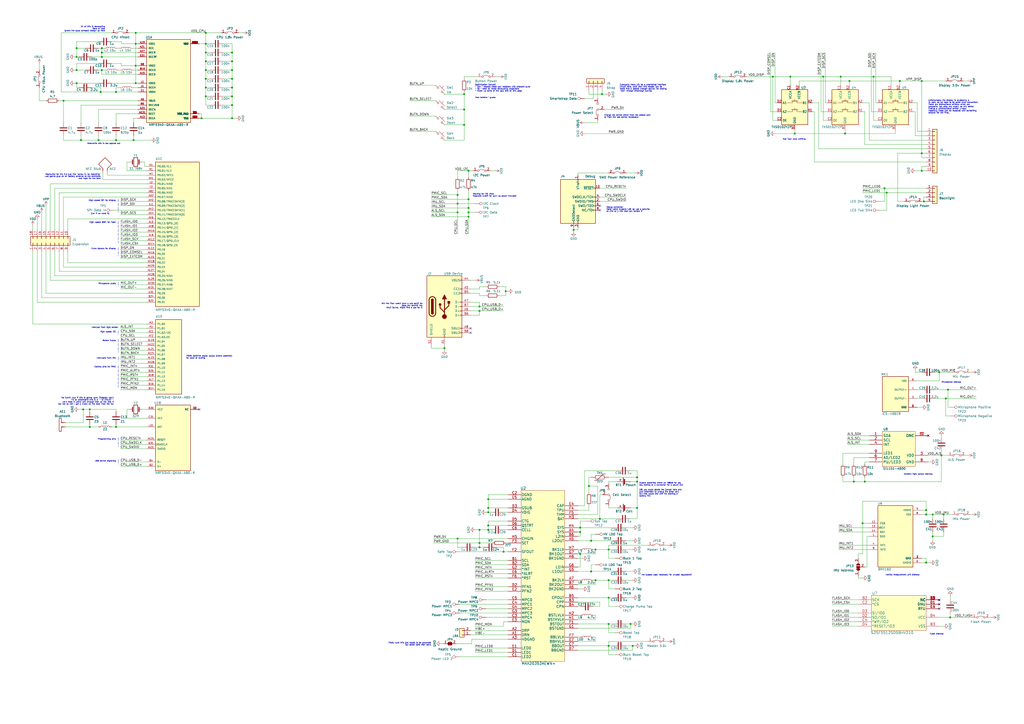
<source format=kicad_sch>
(kicad_sch (version 20210406) (generator eeschema)
  (paper "A2")
  (title_block (title "\"todd\" big board watch") (date "2021-04-17") (rev "1") (company "john lemme"))
  (junction (at 36.83 58.42) (diameter 0.9144))
  (junction (at 44.45 27.94) (diameter 0.9144))
  (junction (at 44.45 33.02) (diameter 0.9144))
  (junction (at 44.45 40.64) (diameter 0.9144))
  (junction (at 44.45 48.26) (diameter 0.9144))
  (junction (at 46.99 81.28) (diameter 0.9144))
  (junction (at 48.26 237.49) (diameter 0.9144))
  (junction (at 52.07 237.49) (diameter 0.9144))
  (junction (at 52.07 247.65) (diameter 0.9144))
  (junction (at 57.15 81.28) (diameter 0.9144))
  (junction (at 58.42 53.34) (diameter 0.9144))
  (junction (at 59.055 27.94) (diameter 0.9144))
  (junction (at 59.055 30.48) (diameter 0.9144))
  (junction (at 59.055 33.02) (diameter 0.9144))
  (junction (at 59.055 40.64) (diameter 0.9144))
  (junction (at 67.31 53.34) (diameter 0.9144))
  (junction (at 67.31 81.28) (diameter 0.9144))
  (junction (at 67.31 247.65) (diameter 0.9144))
  (junction (at 77.47 81.28) (diameter 0.9144))
  (junction (at 78.74 19.05) (diameter 0.9144))
  (junction (at 78.74 25.4) (diameter 0.9144))
  (junction (at 78.74 38.1) (diameter 0.9144))
  (junction (at 78.74 48.26) (diameter 0.9144))
  (junction (at 116.84 68.58) (diameter 0.9144))
  (junction (at 119.38 19.05) (diameter 0.9144))
  (junction (at 119.38 25.4) (diameter 0.9144))
  (junction (at 119.38 30.48) (diameter 0.9144))
  (junction (at 119.38 35.56) (diameter 0.9144))
  (junction (at 119.38 40.64) (diameter 0.9144))
  (junction (at 119.38 45.72) (diameter 0.9144))
  (junction (at 119.38 50.8) (diameter 0.9144))
  (junction (at 119.38 55.88) (diameter 0.9144))
  (junction (at 134.62 30.48) (diameter 0.9144))
  (junction (at 134.62 35.56) (diameter 0.9144))
  (junction (at 134.62 40.64) (diameter 0.9144))
  (junction (at 134.62 45.72) (diameter 0.9144))
  (junction (at 134.62 50.8) (diameter 0.9144))
  (junction (at 134.62 55.88) (diameter 0.9144))
  (junction (at 134.62 60.96) (diameter 0.9144))
  (junction (at 134.62 68.58) (diameter 0.9144))
  (junction (at 257.81 201.93) (diameter 0.9144))
  (junction (at 265.43 113.03) (diameter 0.9144))
  (junction (at 265.43 118.11) (diameter 0.9144))
  (junction (at 265.43 123.19) (diameter 0.9144))
  (junction (at 265.43 312.42) (diameter 0.9144))
  (junction (at 269.24 54.61) (diameter 0.9144))
  (junction (at 269.24 63.5) (diameter 0.9144))
  (junction (at 269.24 72.39) (diameter 0.9144))
  (junction (at 271.78 99.06) (diameter 0.9144))
  (junction (at 271.78 115.57) (diameter 0.9144))
  (junction (at 271.78 120.65) (diameter 0.9144))
  (junction (at 271.78 123.19) (diameter 0.9144))
  (junction (at 271.78 125.73) (diameter 0.9144))
  (junction (at 278.13 177.8) (diameter 0.9144))
  (junction (at 278.13 180.34) (diameter 0.9144))
  (junction (at 278.13 307.34) (diameter 0.9144))
  (junction (at 278.13 314.96) (diameter 0.9144))
  (junction (at 278.13 317.5) (diameter 0.9144))
  (junction (at 283.21 289.56) (diameter 0.9144))
  (junction (at 283.21 294.64) (diameter 0.9144))
  (junction (at 283.21 297.18) (diameter 0.9144))
  (junction (at 283.21 304.8) (diameter 0.9144))
  (junction (at 283.21 307.34) (diameter 0.9144))
  (junction (at 292.1 320.04) (diameter 0.9144))
  (junction (at 293.37 168.91) (diameter 0.9144))
  (junction (at 332.74 133.35) (diameter 0.9144))
  (junction (at 336.55 306.07) (diameter 0.9144))
  (junction (at 336.55 308.61) (diameter 0.9144))
  (junction (at 336.55 321.31) (diameter 0.9144))
  (junction (at 341.63 281.94) (diameter 0.9144))
  (junction (at 342.9 313.69) (diameter 0.9144))
  (junction (at 342.9 331.47) (diameter 0.9144))
  (junction (at 345.44 318.77) (diameter 0.9144))
  (junction (at 345.44 336.55) (diameter 0.9144))
  (junction (at 347.98 300.99) (diameter 0.9144))
  (junction (at 349.25 54.61) (diameter 0.9144))
  (junction (at 353.06 318.77) (diameter 0.9144))
  (junction (at 353.06 336.55) (diameter 0.9144))
  (junction (at 353.06 346.71) (diameter 0.9144))
  (junction (at 353.06 361.95) (diameter 0.9144))
  (junction (at 353.06 374.65) (diameter 0.9144))
  (junction (at 365.76 361.95) (diameter 0.9144))
  (junction (at 367.03 374.65) (diameter 0.9144))
  (junction (at 369.57 276.86) (diameter 0.9144))
  (junction (at 369.57 279.4) (diameter 0.9144))
  (junction (at 369.57 294.64) (diameter 0.9144))
  (junction (at 448.31 44.45) (diameter 0.9144))
  (junction (at 458.47 44.45) (diameter 0.9144))
  (junction (at 461.01 77.47) (diameter 0.9144))
  (junction (at 477.52 44.45) (diameter 0.9144))
  (junction (at 487.68 44.45) (diameter 0.9144))
  (junction (at 490.22 77.47) (diameter 0.9144))
  (junction (at 492.76 46.99) (diameter 0.9144))
  (junction (at 495.3 279.4) (diameter 0.9144))
  (junction (at 500.38 303.53) (diameter 0.9144))
  (junction (at 501.65 279.4) (diameter 0.9144))
  (junction (at 506.73 44.45) (diameter 0.9144))
  (junction (at 513.08 109.22) (diameter 0.9144))
  (junction (at 514.35 111.76) (diameter 0.9144))
  (junction (at 521.97 46.99) (diameter 0.9144))
  (junction (at 534.67 46.99) (diameter 0.9144))
  (junction (at 534.67 88.9) (diameter 0.9144))
  (junction (at 534.67 99.06) (diameter 0.9144))
  (junction (at 535.94 116.84) (diameter 0.9144))
  (junction (at 537.21 295.91) (diameter 0.9144))
  (junction (at 537.21 298.45) (diameter 0.9144))
  (junction (at 537.21 326.39) (diameter 0.9144))
  (junction (at 541.02 298.45) (diameter 0.9144))
  (junction (at 541.02 311.15) (diameter 0.9144))
  (junction (at 544.83 215.9) (diameter 0.9144))
  (junction (at 546.1 264.16) (diameter 0.9144))
  (junction (at 547.37 298.45) (diameter 0.9144))
  (junction (at 548.64 231.14) (diameter 0.9144))
  (junction (at 549.91 226.06) (diameter 0.9144))
  (junction (at 551.18 358.14) (diameter 0.9144))
  (no_connect (at 115.57 237.49))
  (no_connect (at 273.05 190.5))
  (no_connect (at 273.05 193.04))
  (no_connect (at 347.98 119.38))
  (no_connect (at 347.98 121.92))
  (no_connect (at 538.48 252.73))
  (no_connect (at 544.83 347.98))
  (no_connect (at 544.83 350.52))
  (no_connect (at 544.83 353.06))
  (wire (pts (xy 19.05 130.81) (xy 19.05 133.35)))
  (wire (pts (xy 19.05 187.96) (xy 19.05 146.05)))
  (wire (pts (xy 19.05 187.96) (xy 85.09 187.96)))
  (wire (pts (xy 21.59 127) (xy 21.59 133.35)))
  (wire (pts (xy 21.59 146.05) (xy 21.59 175.26)))
  (wire (pts (xy 21.59 175.26) (xy 85.09 175.26)))
  (wire (pts (xy 22.86 36.83) (xy 22.86 40.64)))
  (wire (pts (xy 22.86 50.8) (xy 22.86 58.42)))
  (wire (pts (xy 22.86 58.42) (xy 26.67 58.42)))
  (wire (pts (xy 24.13 123.19) (xy 24.13 133.35)))
  (wire (pts (xy 24.13 172.72) (xy 24.13 146.05)))
  (wire (pts (xy 24.13 172.72) (xy 85.09 172.72)))
  (wire (pts (xy 26.67 119.38) (xy 26.67 133.35)))
  (wire (pts (xy 26.67 146.05) (xy 26.67 170.18)))
  (wire (pts (xy 26.67 170.18) (xy 85.09 170.18)))
  (wire (pts (xy 29.21 106.68) (xy 29.21 133.35)))
  (wire (pts (xy 29.21 106.68) (xy 85.09 106.68)))
  (wire (pts (xy 29.21 162.56) (xy 29.21 146.05)))
  (wire (pts (xy 29.21 162.56) (xy 85.09 162.56)))
  (wire (pts (xy 31.75 109.22) (xy 31.75 133.35)))
  (wire (pts (xy 31.75 109.22) (xy 85.09 109.22)))
  (wire (pts (xy 31.75 146.05) (xy 31.75 160.02)))
  (wire (pts (xy 31.75 160.02) (xy 85.09 160.02)))
  (wire (pts (xy 34.29 58.42) (xy 36.83 58.42)))
  (wire (pts (xy 34.29 111.76) (xy 34.29 133.35)))
  (wire (pts (xy 34.29 111.76) (xy 85.09 111.76)))
  (wire (pts (xy 34.29 157.48) (xy 34.29 146.05)))
  (wire (pts (xy 34.29 157.48) (xy 85.09 157.48)))
  (wire (pts (xy 35.56 19.05) (xy 64.77 19.05)))
  (wire (pts (xy 35.56 53.34) (xy 35.56 19.05)))
  (wire (pts (xy 36.83 58.42) (xy 36.83 71.12)))
  (wire (pts (xy 36.83 58.42) (xy 80.01 58.42)))
  (wire (pts (xy 36.83 78.74) (xy 36.83 81.28)))
  (wire (pts (xy 36.83 81.28) (xy 46.99 81.28)))
  (wire (pts (xy 36.83 114.3) (xy 36.83 133.35)))
  (wire (pts (xy 36.83 114.3) (xy 85.09 114.3)))
  (wire (pts (xy 36.83 146.05) (xy 36.83 154.94)))
  (wire (pts (xy 36.83 154.94) (xy 85.09 154.94)))
  (wire (pts (xy 38.1 245.11) (xy 48.26 245.11)))
  (wire (pts (xy 38.1 247.65) (xy 52.07 247.65)))
  (wire (pts (xy 39.37 127) (xy 39.37 133.35)))
  (wire (pts (xy 39.37 127) (xy 85.09 127)))
  (wire (pts (xy 39.37 152.4) (xy 39.37 146.05)))
  (wire (pts (xy 39.37 152.4) (xy 85.09 152.4)))
  (wire (pts (xy 43.18 33.02) (xy 44.45 33.02)))
  (wire (pts (xy 43.18 40.64) (xy 44.45 40.64)))
  (wire (pts (xy 43.18 48.26) (xy 44.45 48.26)))
  (wire (pts (xy 44.45 24.13) (xy 57.15 24.13)))
  (wire (pts (xy 44.45 27.94) (xy 44.45 24.13)))
  (wire (pts (xy 44.45 27.94) (xy 49.53 27.94)))
  (wire (pts (xy 44.45 33.02) (xy 44.45 27.94)))
  (wire (pts (xy 44.45 33.02) (xy 45.72 33.02)))
  (wire (pts (xy 44.45 36.83) (xy 44.45 40.64)))
  (wire (pts (xy 44.45 40.64) (xy 49.53 40.64)))
  (wire (pts (xy 44.45 48.26) (xy 57.15 48.26)))
  (wire (pts (xy 44.45 50.8) (xy 44.45 48.26)))
  (wire (pts (xy 45.72 50.8) (xy 44.45 50.8)))
  (wire (pts (xy 45.72 237.49) (xy 48.26 237.49)))
  (wire (pts (xy 46.99 60.96) (xy 46.99 71.12)))
  (wire (pts (xy 46.99 78.74) (xy 46.99 81.28)))
  (wire (pts (xy 46.99 81.28) (xy 57.15 81.28)))
  (wire (pts (xy 48.26 237.49) (xy 52.07 237.49)))
  (wire (pts (xy 48.26 245.11) (xy 48.26 237.49)))
  (wire (pts (xy 52.07 237.49) (xy 52.07 238.76)))
  (wire (pts (xy 52.07 246.38) (xy 52.07 247.65)))
  (wire (pts (xy 52.07 247.65) (xy 57.15 247.65)))
  (wire (pts (xy 53.34 33.02) (xy 59.055 33.02)))
  (wire (pts (xy 53.34 50.8) (xy 58.42 50.8)))
  (wire (pts (xy 57.15 36.83) (xy 44.45 36.83)))
  (wire (pts (xy 57.15 63.5) (xy 80.01 63.5)))
  (wire (pts (xy 57.15 71.12) (xy 57.15 63.5)))
  (wire (pts (xy 57.15 78.74) (xy 57.15 81.28)))
  (wire (pts (xy 57.15 81.28) (xy 67.31 81.28)))
  (wire (pts (xy 58.42 50.8) (xy 58.42 53.34)))
  (wire (pts (xy 58.42 53.34) (xy 35.56 53.34)))
  (wire (pts (xy 59.055 27.94) (xy 57.15 27.94)))
  (wire (pts (xy 59.055 27.94) (xy 60.325 27.94)))
  (wire (pts (xy 59.055 30.48) (xy 59.055 27.94)))
  (wire (pts (xy 59.055 30.48) (xy 80.01 30.48)))
  (wire (pts (xy 59.055 33.02) (xy 59.055 30.48)))
  (wire (pts (xy 59.055 33.02) (xy 80.01 33.02)))
  (wire (pts (xy 59.055 40.64) (xy 57.15 40.64)))
  (wire (pts (xy 59.055 40.64) (xy 60.96 40.64)))
  (wire (pts (xy 59.055 43.18) (xy 59.055 40.64)))
  (wire (pts (xy 59.055 43.18) (xy 80.01 43.18)))
  (wire (pts (xy 59.69 100.33) (xy 59.69 104.14)))
  (wire (pts (xy 59.69 104.14) (xy 85.09 104.14)))
  (wire (pts (xy 62.23 101.6) (xy 62.23 100.33)))
  (wire (pts (xy 62.23 101.6) (xy 85.09 101.6)))
  (wire (pts (xy 64.77 24.13) (xy 70.485 24.13)))
  (wire (pts (xy 64.77 36.83) (xy 70.485 36.83)))
  (wire (pts (xy 64.77 48.26) (xy 78.74 48.26)))
  (wire (pts (xy 64.77 247.65) (xy 67.31 247.65)))
  (wire (pts (xy 66.04 121.92) (xy 85.09 121.92)))
  (wire (pts (xy 67.31 50.8) (xy 67.31 53.34)))
  (wire (pts (xy 67.31 53.34) (xy 58.42 53.34)))
  (wire (pts (xy 67.31 66.04) (xy 67.31 71.12)))
  (wire (pts (xy 67.31 78.74) (xy 67.31 81.28)))
  (wire (pts (xy 67.31 81.28) (xy 77.47 81.28)))
  (wire (pts (xy 67.31 237.49) (xy 52.07 237.49)))
  (wire (pts (xy 67.31 238.76) (xy 67.31 237.49)))
  (wire (pts (xy 67.31 246.38) (xy 67.31 247.65)))
  (wire (pts (xy 67.31 247.65) (xy 85.09 247.65)))
  (wire (pts (xy 67.945 27.94) (xy 69.215 27.94)))
  (wire (pts (xy 68.58 40.64) (xy 69.85 40.64)))
  (wire (pts (xy 69.85 50.8) (xy 67.31 50.8)))
  (wire (pts (xy 69.85 116.84) (xy 85.09 116.84)))
  (wire (pts (xy 69.85 119.38) (xy 85.09 119.38)))
  (wire (pts (xy 69.85 124.46) (xy 85.09 124.46)))
  (wire (pts (xy 69.85 137.16) (xy 85.09 137.16)))
  (wire (pts (xy 69.85 139.7) (xy 85.09 139.7)))
  (wire (pts (xy 69.85 144.78) (xy 85.09 144.78)))
  (wire (pts (xy 69.85 147.32) (xy 85.09 147.32)))
  (wire (pts (xy 69.85 149.86) (xy 85.09 149.86)))
  (wire (pts (xy 69.85 190.5) (xy 85.09 190.5)))
  (wire (pts (xy 69.85 193.04) (xy 85.09 193.04)))
  (wire (pts (xy 69.85 195.58) (xy 85.09 195.58)))
  (wire (pts (xy 69.85 198.12) (xy 85.09 198.12)))
  (wire (pts (xy 69.85 200.66) (xy 85.09 200.66)))
  (wire (pts (xy 69.85 203.2) (xy 85.09 203.2)))
  (wire (pts (xy 69.85 208.28) (xy 85.09 208.28)))
  (wire (pts (xy 69.85 210.82) (xy 85.09 210.82)))
  (wire (pts (xy 69.85 213.36) (xy 85.09 213.36)))
  (wire (pts (xy 69.85 215.9) (xy 85.09 215.9)))
  (wire (pts (xy 69.85 218.44) (xy 85.09 218.44)))
  (wire (pts (xy 69.85 220.98) (xy 85.09 220.98)))
  (wire (pts (xy 69.85 223.52) (xy 85.09 223.52)))
  (wire (pts (xy 69.85 226.06) (xy 85.09 226.06)))
  (wire (pts (xy 69.85 255.27) (xy 85.09 255.27)))
  (wire (pts (xy 69.85 257.81) (xy 85.09 257.81)))
  (wire (pts (xy 69.85 260.35) (xy 85.09 260.35)))
  (wire (pts (xy 69.85 267.97) (xy 85.09 267.97)))
  (wire (pts (xy 69.85 270.51) (xy 85.09 270.51)))
  (wire (pts (xy 70.485 24.13) (xy 70.485 25.4)))
  (wire (pts (xy 70.485 25.4) (xy 78.74 25.4)))
  (wire (pts (xy 70.485 38.1) (xy 70.485 36.83)))
  (wire (pts (xy 73.66 93.98) (xy 74.93 93.98)))
  (wire (pts (xy 73.66 99.06) (xy 73.66 93.98)))
  (wire (pts (xy 73.66 237.49) (xy 73.66 242.57)))
  (wire (pts (xy 73.66 242.57) (xy 85.09 242.57)))
  (wire (pts (xy 74.93 19.05) (xy 78.74 19.05)))
  (wire (pts (xy 74.93 237.49) (xy 73.66 237.49)))
  (wire (pts (xy 76.835 27.94) (xy 80.01 27.94)))
  (wire (pts (xy 77.47 40.64) (xy 80.01 40.64)))
  (wire (pts (xy 77.47 50.8) (xy 80.01 50.8)))
  (wire (pts (xy 77.47 68.58) (xy 80.01 68.58)))
  (wire (pts (xy 77.47 71.12) (xy 77.47 68.58)))
  (wire (pts (xy 77.47 78.74) (xy 77.47 81.28)))
  (wire (pts (xy 77.47 81.28) (xy 87.63 81.28)))
  (wire (pts (xy 78.74 19.05) (xy 119.38 19.05)))
  (wire (pts (xy 78.74 25.4) (xy 78.74 19.05)))
  (wire (pts (xy 78.74 25.4) (xy 78.74 38.1)))
  (wire (pts (xy 78.74 25.4) (xy 80.01 25.4)))
  (wire (pts (xy 78.74 38.1) (xy 70.485 38.1)))
  (wire (pts (xy 78.74 38.1) (xy 78.74 48.26)))
  (wire (pts (xy 78.74 48.26) (xy 80.01 48.26)))
  (wire (pts (xy 80.01 38.1) (xy 78.74 38.1)))
  (wire (pts (xy 80.01 53.34) (xy 67.31 53.34)))
  (wire (pts (xy 80.01 60.96) (xy 46.99 60.96)))
  (wire (pts (xy 80.01 66.04) (xy 67.31 66.04)))
  (wire (pts (xy 82.55 93.98) (xy 83.82 93.98)))
  (wire (pts (xy 82.55 237.49) (xy 85.09 237.49)))
  (wire (pts (xy 83.82 93.98) (xy 83.82 96.52)))
  (wire (pts (xy 83.82 96.52) (xy 85.09 96.52)))
  (wire (pts (xy 85.09 99.06) (xy 73.66 99.06)))
  (wire (pts (xy 85.09 129.54) (xy 69.85 129.54)))
  (wire (pts (xy 85.09 132.08) (xy 69.85 132.08)))
  (wire (pts (xy 85.09 134.62) (xy 69.85 134.62)))
  (wire (pts (xy 85.09 142.24) (xy 69.85 142.24)))
  (wire (pts (xy 85.09 165.1) (xy 69.85 165.1)))
  (wire (pts (xy 85.09 167.64) (xy 69.85 167.64)))
  (wire (pts (xy 85.09 205.74) (xy 69.85 205.74)))
  (wire (pts (xy 115.57 25.4) (xy 119.38 25.4)))
  (wire (pts (xy 115.57 68.58) (xy 116.84 68.58)))
  (wire (pts (xy 116.84 66.04) (xy 115.57 66.04)))
  (wire (pts (xy 116.84 68.58) (xy 116.84 66.04)))
  (wire (pts (xy 116.84 68.58) (xy 134.62 68.58)))
  (wire (pts (xy 119.38 19.05) (xy 119.38 25.4)))
  (wire (pts (xy 119.38 25.4) (xy 119.38 30.48)))
  (wire (pts (xy 119.38 25.4) (xy 121.92 25.4)))
  (wire (pts (xy 119.38 30.48) (xy 119.38 35.56)))
  (wire (pts (xy 119.38 30.48) (xy 121.92 30.48)))
  (wire (pts (xy 119.38 35.56) (xy 119.38 40.64)))
  (wire (pts (xy 119.38 35.56) (xy 121.92 35.56)))
  (wire (pts (xy 119.38 40.64) (xy 119.38 45.72)))
  (wire (pts (xy 119.38 40.64) (xy 121.92 40.64)))
  (wire (pts (xy 119.38 45.72) (xy 119.38 50.8)))
  (wire (pts (xy 119.38 45.72) (xy 121.92 45.72)))
  (wire (pts (xy 119.38 50.8) (xy 119.38 55.88)))
  (wire (pts (xy 119.38 50.8) (xy 121.92 50.8)))
  (wire (pts (xy 119.38 55.88) (xy 119.38 60.96)))
  (wire (pts (xy 119.38 55.88) (xy 121.92 55.88)))
  (wire (pts (xy 119.38 60.96) (xy 121.92 60.96)))
  (wire (pts (xy 128.27 19.05) (xy 119.38 19.05)))
  (wire (pts (xy 129.54 30.48) (xy 134.62 30.48)))
  (wire (pts (xy 129.54 35.56) (xy 134.62 35.56)))
  (wire (pts (xy 129.54 40.64) (xy 134.62 40.64)))
  (wire (pts (xy 129.54 45.72) (xy 134.62 45.72)))
  (wire (pts (xy 129.54 50.8) (xy 134.62 50.8)))
  (wire (pts (xy 129.54 55.88) (xy 134.62 55.88)))
  (wire (pts (xy 129.54 60.96) (xy 134.62 60.96)))
  (wire (pts (xy 134.62 25.4) (xy 129.54 25.4)))
  (wire (pts (xy 134.62 30.48) (xy 134.62 25.4)))
  (wire (pts (xy 134.62 35.56) (xy 134.62 30.48)))
  (wire (pts (xy 134.62 40.64) (xy 134.62 35.56)))
  (wire (pts (xy 134.62 45.72) (xy 134.62 40.64)))
  (wire (pts (xy 134.62 50.8) (xy 134.62 45.72)))
  (wire (pts (xy 134.62 55.88) (xy 134.62 50.8)))
  (wire (pts (xy 134.62 60.96) (xy 134.62 55.88)))
  (wire (pts (xy 134.62 60.96) (xy 134.62 68.58)))
  (wire (pts (xy 134.62 68.58) (xy 137.16 68.58)))
  (wire (pts (xy 138.43 19.05) (xy 140.97 19.05)))
  (wire (pts (xy 237.49 49.53) (xy 252.73 49.53)))
  (wire (pts (xy 237.49 58.42) (xy 252.73 58.42)))
  (wire (pts (xy 237.49 67.31) (xy 252.73 67.31)))
  (wire (pts (xy 237.49 76.2) (xy 252.73 76.2)))
  (wire (pts (xy 250.19 113.03) (xy 265.43 113.03)))
  (wire (pts (xy 250.19 115.57) (xy 271.78 115.57)))
  (wire (pts (xy 250.19 118.11) (xy 265.43 118.11)))
  (wire (pts (xy 250.19 120.65) (xy 271.78 120.65)))
  (wire (pts (xy 250.19 123.19) (xy 265.43 123.19)))
  (wire (pts (xy 250.19 125.73) (xy 271.78 125.73)))
  (wire (pts (xy 250.19 201.93) (xy 250.19 200.66)))
  (wire (pts (xy 251.46 312.42) (xy 265.43 312.42)))
  (wire (pts (xy 251.46 314.96) (xy 278.13 314.96)))
  (wire (pts (xy 255.905 373.38) (xy 257.175 373.38)))
  (wire (pts (xy 257.81 54.61) (xy 269.24 54.61)))
  (wire (pts (xy 257.81 63.5) (xy 269.24 63.5)))
  (wire (pts (xy 257.81 72.39) (xy 269.24 72.39)))
  (wire (pts (xy 257.81 81.28) (xy 269.24 81.28)))
  (wire (pts (xy 257.81 200.66) (xy 257.81 201.93)))
  (wire (pts (xy 257.81 201.93) (xy 250.19 201.93)))
  (wire (pts (xy 257.81 201.93) (xy 257.81 203.2)))
  (wire (pts (xy 264.795 373.38) (xy 273.685 373.38)))
  (wire (pts (xy 265.43 99.06) (xy 271.78 99.06)))
  (wire (pts (xy 265.43 102.87) (xy 265.43 99.06)))
  (wire (pts (xy 265.43 113.03) (xy 265.43 110.49)))
  (wire (pts (xy 265.43 118.11) (xy 265.43 113.03)))
  (wire (pts (xy 265.43 118.11) (xy 275.59 118.11)))
  (wire (pts (xy 265.43 123.19) (xy 265.43 118.11)))
  (wire (pts (xy 265.43 135.89) (xy 265.43 123.19)))
  (wire (pts (xy 265.43 312.42) (xy 265.43 317.5)))
  (wire (pts (xy 265.43 312.42) (xy 294.64 312.42)))
  (wire (pts (xy 265.43 317.5) (xy 267.97 317.5)))
  (wire (pts (xy 266.7 320.04) (xy 292.1 320.04)))
  (wire (pts (xy 266.7 350.52) (xy 294.64 350.52)))
  (wire (pts (xy 266.7 355.6) (xy 294.64 355.6)))
  (wire (pts (xy 266.7 381) (xy 294.64 381)))
  (wire (pts (xy 269.24 44.45) (xy 269.24 45.72)))
  (wire (pts (xy 269.24 44.45) (xy 276.86 44.45)))
  (wire (pts (xy 269.24 53.34) (xy 269.24 54.61)))
  (wire (pts (xy 269.24 54.61) (xy 269.24 63.5)))
  (wire (pts (xy 269.24 63.5) (xy 269.24 72.39)))
  (wire (pts (xy 269.24 72.39) (xy 269.24 81.28)))
  (wire (pts (xy 271.78 99.06) (xy 274.32 99.06)))
  (wire (pts (xy 271.78 102.87) (xy 271.78 99.06)))
  (wire (pts (xy 271.78 110.49) (xy 271.78 115.57)))
  (wire (pts (xy 271.78 115.57) (xy 271.78 120.65)))
  (wire (pts (xy 271.78 120.65) (xy 271.78 123.19)))
  (wire (pts (xy 271.78 123.19) (xy 271.78 125.73)))
  (wire (pts (xy 271.78 123.19) (xy 275.59 123.19)))
  (wire (pts (xy 271.78 125.73) (xy 271.78 135.89)))
  (wire (pts (xy 273.05 162.56) (xy 275.59 162.56)))
  (wire (pts (xy 273.05 167.64) (xy 278.13 167.64)))
  (wire (pts (xy 273.05 170.18) (xy 278.13 170.18)))
  (wire (pts (xy 273.05 175.26) (xy 278.13 175.26)))
  (wire (pts (xy 273.05 177.8) (xy 278.13 177.8)))
  (wire (pts (xy 273.05 180.34) (xy 278.13 180.34)))
  (wire (pts (xy 273.05 182.88) (xy 278.13 182.88)))
  (wire (pts (xy 273.05 365.76) (xy 294.64 365.76)))
  (wire (pts (xy 273.05 368.3) (xy 294.64 368.3)))
  (wire (pts (xy 273.685 370.84) (xy 273.685 373.38)))
  (wire (pts (xy 273.685 370.84) (xy 294.64 370.84)))
  (wire (pts (xy 275.59 307.34) (xy 278.13 307.34)))
  (wire (pts (xy 275.59 317.5) (xy 278.13 317.5)))
  (wire (pts (xy 275.59 325.12) (xy 294.64 325.12)))
  (wire (pts (xy 275.59 327.66) (xy 294.64 327.66)))
  (wire (pts (xy 275.59 330.2) (xy 294.64 330.2)))
  (wire (pts (xy 275.59 332.74) (xy 294.64 332.74)))
  (wire (pts (xy 275.59 335.28) (xy 294.64 335.28)))
  (wire (pts (xy 275.59 340.36) (xy 294.64 340.36)))
  (wire (pts (xy 275.59 342.9) (xy 294.64 342.9)))
  (wire (pts (xy 275.59 363.22) (xy 292.1 363.22)))
  (wire (pts (xy 275.59 375.92) (xy 294.64 375.92)))
  (wire (pts (xy 275.59 378.46) (xy 294.64 378.46)))
  (wire (pts (xy 278.13 166.37) (xy 281.94 166.37)))
  (wire (pts (xy 278.13 167.64) (xy 278.13 166.37)))
  (wire (pts (xy 278.13 170.18) (xy 278.13 171.45)))
  (wire (pts (xy 278.13 171.45) (xy 281.94 171.45)))
  (wire (pts (xy 278.13 175.26) (xy 278.13 177.8)))
  (wire (pts (xy 278.13 182.88) (xy 278.13 180.34)))
  (wire (pts (xy 278.13 307.34) (xy 278.13 314.96)))
  (wire (pts (xy 278.13 307.34) (xy 283.21 307.34)))
  (wire (pts (xy 278.13 314.96) (xy 278.13 317.5)))
  (wire (pts (xy 278.13 314.96) (xy 285.75 314.96)))
  (wire (pts (xy 278.13 317.5) (xy 280.67 317.5)))
  (wire (pts (xy 281.94 347.98) (xy 294.64 347.98)))
  (wire (pts (xy 281.94 353.06) (xy 294.64 353.06)))
  (wire (pts (xy 281.94 358.14) (xy 294.64 358.14)))
  (wire (pts (xy 283.21 287.02) (xy 294.64 287.02)))
  (wire (pts (xy 283.21 289.56) (xy 283.21 287.02)))
  (wire (pts (xy 283.21 289.56) (xy 294.64 289.56)))
  (wire (pts (xy 283.21 294.64) (xy 283.21 289.56)))
  (wire (pts (xy 283.21 294.64) (xy 294.64 294.64)))
  (wire (pts (xy 283.21 297.18) (xy 281.94 297.18)))
  (wire (pts (xy 283.21 297.18) (xy 283.21 294.64)))
  (wire (pts (xy 283.21 302.26) (xy 283.21 304.8)))
  (wire (pts (xy 283.21 304.8) (xy 283.21 307.34)))
  (wire (pts (xy 283.21 304.8) (xy 294.64 304.8)))
  (wire (pts (xy 283.21 307.34) (xy 284.48 307.34)))
  (wire (pts (xy 284.48 99.06) (xy 287.02 99.06)))
  (wire (pts (xy 284.48 297.18) (xy 283.21 297.18)))
  (wire (pts (xy 287.02 44.45) (xy 289.56 44.45)))
  (wire (pts (xy 288.29 317.5) (xy 292.1 317.5)))
  (wire (pts (xy 289.56 171.45) (xy 293.37 171.45)))
  (wire (pts (xy 292.1 177.8) (xy 278.13 177.8)))
  (wire (pts (xy 292.1 180.34) (xy 278.13 180.34)))
  (wire (pts (xy 292.1 307.34) (xy 294.64 307.34)))
  (wire (pts (xy 292.1 317.5) (xy 292.1 320.04)))
  (wire (pts (xy 292.1 320.04) (xy 294.64 320.04)))
  (wire (pts (xy 292.1 360.68) (xy 294.64 360.68)))
  (wire (pts (xy 292.1 363.22) (xy 292.1 360.68)))
  (wire (pts (xy 293.37 166.37) (xy 289.56 166.37)))
  (wire (pts (xy 293.37 166.37) (xy 293.37 168.91)))
  (wire (pts (xy 293.37 168.91) (xy 293.37 171.45)))
  (wire (pts (xy 293.37 168.91) (xy 294.64 168.91)))
  (wire (pts (xy 293.37 314.96) (xy 294.64 314.96)))
  (wire (pts (xy 294.64 297.18) (xy 292.1 297.18)))
  (wire (pts (xy 294.64 302.26) (xy 283.21 302.26)))
  (wire (pts (xy 332.74 132.08) (xy 332.74 133.35)))
  (wire (pts (xy 332.74 133.35) (xy 332.74 134.62)))
  (wire (pts (xy 332.74 133.35) (xy 335.28 133.35)))
  (wire (pts (xy 335.28 100.33) (xy 335.28 101.6)))
  (wire (pts (xy 335.28 100.33) (xy 353.06 100.33)))
  (wire (pts (xy 335.28 133.35) (xy 335.28 132.08)))
  (wire (pts (xy 335.28 295.91) (xy 341.63 295.91)))
  (wire (pts (xy 335.28 298.45) (xy 346.71 298.45)))
  (wire (pts (xy 335.28 300.99) (xy 347.98 300.99)))
  (wire (pts (xy 335.28 306.07) (xy 336.55 306.07)))
  (wire (pts (xy 335.28 308.61) (xy 336.55 308.61)))
  (wire (pts (xy 335.28 311.15) (xy 336.55 311.15)))
  (wire (pts (xy 335.28 313.69) (xy 342.9 313.69)))
  (wire (pts (xy 335.28 318.77) (xy 336.55 318.77)))
  (wire (pts (xy 335.28 321.31) (xy 336.55 321.31)))
  (wire (pts (xy 335.28 323.85) (xy 337.82 323.85)))
  (wire (pts (xy 335.28 328.93) (xy 336.55 328.93)))
  (wire (pts (xy 335.28 331.47) (xy 342.9 331.47)))
  (wire (pts (xy 335.28 336.55) (xy 336.55 336.55)))
  (wire (pts (xy 335.28 339.09) (xy 345.44 339.09)))
  (wire (pts (xy 335.28 341.63) (xy 337.82 341.63)))
  (wire (pts (xy 335.28 346.71) (xy 353.06 346.71)))
  (wire (pts (xy 335.28 349.25) (xy 347.98 349.25)))
  (wire (pts (xy 335.28 351.79) (xy 336.55 351.79)))
  (wire (pts (xy 335.28 356.87) (xy 336.55 356.87)))
  (wire (pts (xy 335.28 359.41) (xy 345.44 359.41)))
  (wire (pts (xy 335.28 361.95) (xy 353.06 361.95)))
  (wire (pts (xy 335.28 364.49) (xy 365.76 364.49)))
  (wire (pts (xy 335.28 369.57) (xy 336.55 369.57)))
  (wire (pts (xy 335.28 372.11) (xy 345.44 372.11)))
  (wire (pts (xy 335.28 374.65) (xy 353.06 374.65)))
  (wire (pts (xy 335.28 377.19) (xy 367.03 377.19)))
  (wire (pts (xy 336.55 302.26) (xy 336.55 306.07)))
  (wire (pts (xy 336.55 306.07) (xy 336.55 308.61)))
  (wire (pts (xy 336.55 306.07) (xy 355.6 306.07)))
  (wire (pts (xy 336.55 311.15) (xy 336.55 308.61)))
  (wire (pts (xy 336.55 321.31) (xy 345.44 321.31)))
  (wire (pts (xy 336.55 328.93) (xy 336.55 321.31)))
  (wire (pts (xy 339.09 57.15) (xy 344.17 57.15)))
  (wire (pts (xy 339.09 71.12) (xy 346.71 71.12)))
  (wire (pts (xy 339.09 273.05) (xy 339.09 293.37)))
  (wire (pts (xy 339.09 293.37) (xy 335.28 293.37)))
  (wire (pts (xy 340.36 302.26) (xy 336.55 302.26)))
  (wire (pts (xy 341.63 54.61) (xy 341.63 52.07)))
  (wire (pts (xy 341.63 276.86) (xy 342.9 276.86)))
  (wire (pts (xy 341.63 281.94) (xy 341.63 276.86)))
  (wire (pts (xy 341.63 285.75) (xy 341.63 281.94)))
  (wire (pts (xy 341.63 295.91) (xy 341.63 293.37)))
  (wire (pts (xy 342.9 309.88) (xy 342.9 313.69)))
  (wire (pts (xy 342.9 313.69) (xy 355.6 313.69)))
  (wire (pts (xy 342.9 327.66) (xy 342.9 331.47)))
  (wire (pts (xy 342.9 331.47) (xy 355.6 331.47)))
  (wire (pts (xy 344.17 57.15) (xy 344.17 52.07)))
  (wire (pts (xy 344.17 318.77) (xy 345.44 318.77)))
  (wire (pts (xy 344.17 336.55) (xy 345.44 336.55)))
  (wire (pts (xy 345.44 309.88) (xy 342.9 309.88)))
  (wire (pts (xy 345.44 318.77) (xy 353.06 318.77)))
  (wire (pts (xy 345.44 321.31) (xy 345.44 318.77)))
  (wire (pts (xy 345.44 327.66) (xy 342.9 327.66)))
  (wire (pts (xy 345.44 336.55) (xy 353.06 336.55)))
  (wire (pts (xy 345.44 339.09) (xy 345.44 336.55)))
  (wire (pts (xy 345.44 356.87) (xy 344.17 356.87)))
  (wire (pts (xy 345.44 359.41) (xy 345.44 356.87)))
  (wire (pts (xy 345.44 369.57) (xy 344.17 369.57)))
  (wire (pts (xy 345.44 372.11) (xy 345.44 369.57)))
  (wire (pts (xy 346.71 52.07) (xy 346.71 57.15)))
  (wire (pts (xy 346.71 71.12) (xy 346.71 69.85)))
  (wire (pts (xy 346.71 281.94) (xy 341.63 281.94)))
  (wire (pts (xy 346.71 298.45) (xy 346.71 281.94)))
  (wire (pts (xy 347.98 287.02) (xy 347.98 300.99)))
  (wire (pts (xy 347.98 300.99) (xy 358.14 300.99)))
  (wire (pts (xy 347.98 349.25) (xy 347.98 351.79)))
  (wire (pts (xy 347.98 351.79) (xy 344.17 351.79)))
  (wire (pts (xy 349.25 54.61) (xy 341.63 54.61)))
  (wire (pts (xy 349.25 54.61) (xy 349.25 52.07)))
  (wire (pts (xy 349.25 287.02) (xy 347.98 287.02)))
  (wire (pts (xy 351.79 54.61) (xy 349.25 54.61)))
  (wire (pts (xy 353.06 276.86) (xy 369.57 276.86)))
  (wire (pts (xy 353.06 279.4) (xy 353.06 280.67)))
  (wire (pts (xy 353.06 293.37) (xy 353.06 294.64)))
  (wire (pts (xy 353.06 294.64) (xy 358.14 294.64)))
  (wire (pts (xy 353.06 316.23) (xy 375.92 316.23)))
  (wire (pts (xy 353.06 318.77) (xy 353.06 316.23)))
  (wire (pts (xy 353.06 318.77) (xy 355.6 318.77)))
  (wire (pts (xy 353.06 323.85) (xy 353.06 318.77)))
  (wire (pts (xy 353.06 336.55) (xy 355.6 336.55)))
  (wire (pts (xy 353.06 341.63) (xy 353.06 336.55)))
  (wire (pts (xy 353.06 346.71) (xy 355.6 346.71)))
  (wire (pts (xy 353.06 351.79) (xy 353.06 346.71)))
  (wire (pts (xy 353.06 361.95) (xy 355.6 361.95)))
  (wire (pts (xy 353.06 367.03) (xy 353.06 361.95)))
  (wire (pts (xy 353.06 372.11) (xy 375.92 372.11)))
  (wire (pts (xy 353.06 374.65) (xy 353.06 372.11)))
  (wire (pts (xy 353.06 374.65) (xy 355.6 374.65)))
  (wire (pts (xy 353.06 379.73) (xy 353.06 374.65)))
  (wire (pts (xy 356.87 323.85) (xy 353.06 323.85)))
  (wire (pts (xy 356.87 341.63) (xy 353.06 341.63)))
  (wire (pts (xy 356.87 351.79) (xy 353.06 351.79)))
  (wire (pts (xy 356.87 367.03) (xy 353.06 367.03)))
  (wire (pts (xy 356.87 379.73) (xy 353.06 379.73)))
  (wire (pts (xy 358.14 273.05) (xy 339.09 273.05)))
  (wire (pts (xy 358.14 279.4) (xy 353.06 279.4)))
  (wire (pts (xy 361.95 63.5) (xy 350.52 63.5)))
  (wire (pts (xy 361.95 77.47) (xy 339.09 77.47)))
  (wire (pts (xy 363.22 109.22) (xy 347.98 109.22)))
  (wire (pts (xy 363.22 114.3) (xy 347.98 114.3)))
  (wire (pts (xy 363.22 116.84) (xy 347.98 116.84)))
  (wire (pts (xy 363.22 306.07) (xy 367.03 306.07)))
  (wire (pts (xy 363.22 313.69) (xy 367.03 313.69)))
  (wire (pts (xy 363.22 318.77) (xy 367.03 318.77)))
  (wire (pts (xy 363.22 331.47) (xy 367.03 331.47)))
  (wire (pts (xy 363.22 336.55) (xy 367.03 336.55)))
  (wire (pts (xy 363.22 346.71) (xy 367.03 346.71)))
  (wire (pts (xy 363.22 361.95) (xy 365.76 361.95)))
  (wire (pts (xy 365.76 279.4) (xy 369.57 279.4)))
  (wire (pts (xy 365.76 294.64) (xy 369.57 294.64)))
  (wire (pts (xy 365.76 300.99) (xy 369.57 300.99)))
  (wire (pts (xy 365.76 361.95) (xy 367.03 361.95)))
  (wire (pts (xy 365.76 364.49) (xy 365.76 361.95)))
  (wire (pts (xy 367.03 374.65) (xy 363.22 374.65)))
  (wire (pts (xy 367.03 374.65) (xy 368.3 374.65)))
  (wire (pts (xy 367.03 377.19) (xy 367.03 374.65)))
  (wire (pts (xy 368.3 100.33) (xy 363.22 100.33)))
  (wire (pts (xy 369.57 273.05) (xy 365.76 273.05)))
  (wire (pts (xy 369.57 276.86) (xy 369.57 273.05)))
  (wire (pts (xy 369.57 279.4) (xy 369.57 276.86)))
  (wire (pts (xy 369.57 294.64) (xy 369.57 279.4)))
  (wire (pts (xy 369.57 300.99) (xy 369.57 294.64)))
  (wire (pts (xy 386.08 316.23) (xy 387.35 316.23)))
  (wire (pts (xy 386.08 372.11) (xy 387.35 372.11)))
  (wire (pts (xy 419.1 44.45) (xy 422.91 44.45)))
  (wire (pts (xy 433.07 44.45) (xy 448.31 44.45)))
  (wire (pts (xy 447.04 30.48) (xy 447.04 64.77)))
  (wire (pts (xy 448.31 44.45) (xy 448.31 69.85)))
  (wire (pts (xy 448.31 44.45) (xy 458.47 44.45)))
  (wire (pts (xy 449.58 30.48) (xy 449.58 59.69)))
  (wire (pts (xy 449.58 77.47) (xy 461.01 77.47)))
  (wire (pts (xy 450.85 59.69) (xy 449.58 59.69)))
  (wire (pts (xy 450.85 64.77) (xy 447.04 64.77)))
  (wire (pts (xy 450.85 69.85) (xy 448.31 69.85)))
  (wire (pts (xy 458.47 44.45) (xy 458.47 49.53)))
  (wire (pts (xy 458.47 44.45) (xy 477.52 44.45)))
  (wire (pts (xy 461.01 74.93) (xy 461.01 77.47)))
  (wire (pts (xy 461.01 77.47) (xy 490.22 77.47)))
  (wire (pts (xy 463.55 46.99) (xy 492.76 46.99)))
  (wire (pts (xy 463.55 49.53) (xy 463.55 46.99)))
  (wire (pts (xy 471.17 59.69) (xy 474.98 59.69)))
  (wire (pts (xy 471.17 64.77) (xy 472.44 64.77)))
  (wire (pts (xy 472.44 64.77) (xy 472.44 93.98)))
  (wire (pts (xy 472.44 93.98) (xy 537.21 93.98)))
  (wire (pts (xy 474.98 59.69) (xy 474.98 86.36)))
  (wire (pts (xy 474.98 86.36) (xy 537.21 86.36)))
  (wire (pts (xy 476.25 30.48) (xy 476.25 64.77)))
  (wire (pts (xy 477.52 44.45) (xy 487.68 44.45)))
  (wire (pts (xy 477.52 69.85) (xy 477.52 44.45)))
  (wire (pts (xy 478.79 30.48) (xy 478.79 59.69)))
  (wire (pts (xy 480.06 59.69) (xy 478.79 59.69)))
  (wire (pts (xy 480.06 64.77) (xy 476.25 64.77)))
  (wire (pts (xy 480.06 69.85) (xy 477.52 69.85)))
  (wire (pts (xy 482.6 347.98) (xy 497.84 347.98)))
  (wire (pts (xy 482.6 350.52) (xy 497.84 350.52)))
  (wire (pts (xy 486.41 306.07) (xy 504.19 306.07)))
  (wire (pts (xy 486.41 308.61) (xy 504.19 308.61)))
  (wire (pts (xy 486.41 316.23) (xy 504.19 316.23)))
  (wire (pts (xy 486.41 318.77) (xy 504.19 318.77)))
  (wire (pts (xy 487.68 44.45) (xy 487.68 49.53)))
  (wire (pts (xy 487.68 44.45) (xy 506.73 44.45)))
  (wire (pts (xy 488.95 262.89) (xy 504.19 262.89)))
  (wire (pts (xy 488.95 269.24) (xy 488.95 262.89)))
  (wire (pts (xy 488.95 276.86) (xy 488.95 279.4)))
  (wire (pts (xy 488.95 279.4) (xy 495.3 279.4)))
  (wire (pts (xy 490.22 74.93) (xy 490.22 77.47)))
  (wire (pts (xy 490.22 77.47) (xy 519.43 77.47)))
  (wire (pts (xy 491.49 252.73) (xy 504.19 252.73)))
  (wire (pts (xy 491.49 255.27) (xy 504.19 255.27)))
  (wire (pts (xy 492.76 46.99) (xy 492.76 49.53)))
  (wire (pts (xy 492.76 46.99) (xy 521.97 46.99)))
  (wire (pts (xy 495.3 265.43) (xy 495.3 269.24)))
  (wire (pts (xy 495.3 276.86) (xy 495.3 279.4)))
  (wire (pts (xy 495.3 279.4) (xy 501.65 279.4)))
  (wire (pts (xy 497.84 321.31) (xy 500.38 321.31)))
  (wire (pts (xy 497.84 323.85) (xy 497.84 321.31)))
  (wire (pts (xy 497.84 334.01) (xy 497.84 335.28)))
  (wire (pts (xy 497.84 335.28) (xy 500.38 335.28)))
  (wire (pts (xy 497.84 355.6) (xy 482.6 355.6)))
  (wire (pts (xy 497.84 358.14) (xy 482.6 358.14)))
  (wire (pts (xy 497.84 360.68) (xy 482.6 360.68)))
  (wire (pts (xy 497.84 363.22) (xy 482.6 363.22)))
  (wire (pts (xy 500.38 59.69) (xy 504.19 59.69)))
  (wire (pts (xy 500.38 64.77) (xy 501.65 64.77)))
  (wire (pts (xy 500.38 109.22) (xy 513.08 109.22)))
  (wire (pts (xy 500.38 111.76) (xy 514.35 111.76)))
  (wire (pts (xy 500.38 290.83) (xy 500.38 303.53)))
  (wire (pts (xy 500.38 303.53) (xy 500.38 321.31)))
  (wire (pts (xy 500.38 303.53) (xy 504.19 303.53)))
  (wire (pts (xy 501.65 64.77) (xy 501.65 83.82)))
  (wire (pts (xy 501.65 83.82) (xy 537.21 83.82)))
  (wire (pts (xy 501.65 267.97) (xy 504.19 267.97)))
  (wire (pts (xy 501.65 269.24) (xy 501.65 267.97)))
  (wire (pts (xy 501.65 276.86) (xy 501.65 279.4)))
  (wire (pts (xy 501.65 279.4) (xy 546.1 279.4)))
  (wire (pts (xy 501.65 328.93) (xy 502.92 328.93)))
  (wire (pts (xy 502.92 311.15) (xy 504.19 311.15)))
  (wire (pts (xy 502.92 328.93) (xy 502.92 311.15)))
  (wire (pts (xy 504.19 59.69) (xy 504.19 81.28)))
  (wire (pts (xy 504.19 81.28) (xy 537.21 81.28)))
  (wire (pts (xy 504.19 257.81) (xy 491.49 257.81)))
  (wire (pts (xy 504.19 265.43) (xy 495.3 265.43)))
  (wire (pts (xy 505.46 30.48) (xy 505.46 64.77)))
  (wire (pts (xy 506.73 44.45) (xy 516.89 44.45)))
  (wire (pts (xy 506.73 69.85) (xy 506.73 44.45)))
  (wire (pts (xy 508 30.48) (xy 508 59.69)))
  (wire (pts (xy 509.27 59.69) (xy 508 59.69)))
  (wire (pts (xy 509.27 64.77) (xy 505.46 64.77)))
  (wire (pts (xy 509.27 69.85) (xy 506.73 69.85)))
  (wire (pts (xy 510.54 116.84) (xy 513.08 116.84)))
  (wire (pts (xy 510.54 121.92) (xy 514.35 121.92)))
  (wire (pts (xy 513.08 109.22) (xy 537.21 109.22)))
  (wire (pts (xy 513.08 116.84) (xy 513.08 109.22)))
  (wire (pts (xy 514.35 111.76) (xy 537.21 111.76)))
  (wire (pts (xy 514.35 121.92) (xy 514.35 111.76)))
  (wire (pts (xy 516.89 49.53) (xy 516.89 44.45)))
  (wire (pts (xy 519.43 74.93) (xy 519.43 77.47)))
  (wire (pts (xy 520.7 88.9) (xy 534.67 88.9)))
  (wire (pts (xy 520.7 116.84) (xy 520.7 88.9)))
  (wire (pts (xy 521.97 46.99) (xy 521.97 49.53)))
  (wire (pts (xy 521.97 46.99) (xy 534.67 46.99)))
  (wire (pts (xy 524.51 116.84) (xy 520.7 116.84)))
  (wire (pts (xy 529.59 59.69) (xy 532.13 59.69)))
  (wire (pts (xy 529.59 64.77) (xy 530.86 64.77)))
  (wire (pts (xy 530.86 64.77) (xy 530.86 78.74)))
  (wire (pts (xy 530.86 78.74) (xy 537.21 78.74)))
  (wire (pts (xy 530.86 99.06) (xy 534.67 99.06)))
  (wire (pts (xy 530.86 214.63) (xy 530.86 215.9)))
  (wire (pts (xy 530.86 215.9) (xy 534.67 215.9)))
  (wire (pts (xy 532.13 59.69) (xy 532.13 76.2)))
  (wire (pts (xy 532.13 76.2) (xy 537.21 76.2)))
  (wire (pts (xy 532.13 226.06) (xy 534.67 226.06)))
  (wire (pts (xy 532.13 231.14) (xy 534.67 231.14)))
  (wire (pts (xy 532.13 236.22) (xy 534.67 236.22)))
  (wire (pts (xy 534.67 46.99) (xy 534.67 88.9)))
  (wire (pts (xy 534.67 46.99) (xy 548.64 46.99)))
  (wire (pts (xy 534.67 88.9) (xy 534.67 91.44)))
  (wire (pts (xy 534.67 88.9) (xy 537.21 88.9)))
  (wire (pts (xy 534.67 91.44) (xy 537.21 91.44)))
  (wire (pts (xy 534.67 96.52) (xy 534.67 99.06)))
  (wire (pts (xy 534.67 96.52) (xy 537.21 96.52)))
  (wire (pts (xy 534.67 99.06) (xy 537.21 99.06)))
  (wire (pts (xy 534.67 116.84) (xy 535.94 116.84)))
  (wire (pts (xy 534.67 295.91) (xy 537.21 295.91)))
  (wire (pts (xy 534.67 298.45) (xy 537.21 298.45)))
  (wire (pts (xy 534.67 326.39) (xy 537.21 326.39)))
  (wire (pts (xy 535.94 114.3) (xy 535.94 116.84)))
  (wire (pts (xy 535.94 116.84) (xy 537.21 116.84)))
  (wire (pts (xy 537.21 114.3) (xy 535.94 114.3)))
  (wire (pts (xy 537.21 290.83) (xy 500.38 290.83)))
  (wire (pts (xy 537.21 295.91) (xy 537.21 290.83)))
  (wire (pts (xy 537.21 295.91) (xy 537.21 298.45)))
  (wire (pts (xy 537.21 298.45) (xy 541.02 298.45)))
  (wire (pts (xy 537.21 323.85) (xy 534.67 323.85)))
  (wire (pts (xy 537.21 326.39) (xy 537.21 323.85)))
  (wire (pts (xy 537.21 326.39) (xy 539.75 326.39)))
  (wire (pts (xy 538.48 264.16) (xy 546.1 264.16)))
  (wire (pts (xy 538.48 267.97) (xy 539.75 267.97)))
  (wire (pts (xy 541.02 298.45) (xy 541.02 300.99)))
  (wire (pts (xy 541.02 298.45) (xy 547.37 298.45)))
  (wire (pts (xy 541.02 311.15) (xy 541.02 308.61)))
  (wire (pts (xy 541.02 311.15) (xy 547.37 311.15)))
  (wire (pts (xy 541.02 313.69) (xy 541.02 311.15)))
  (wire (pts (xy 542.29 215.9) (xy 544.83 215.9)))
  (wire (pts (xy 542.29 226.06) (xy 549.91 226.06)))
  (wire (pts (xy 542.29 231.14) (xy 548.64 231.14)))
  (wire (pts (xy 544.83 215.9) (xy 544.83 220.98)))
  (wire (pts (xy 544.83 215.9) (xy 552.45 215.9)))
  (wire (pts (xy 544.83 220.98) (xy 532.13 220.98)))
  (wire (pts (xy 544.83 358.14) (xy 551.18 358.14)))
  (wire (pts (xy 544.83 363.22) (xy 547.37 363.22)))
  (wire (pts (xy 546.1 252.73) (xy 546.1 254)))
  (wire (pts (xy 546.1 261.62) (xy 546.1 264.16)))
  (wire (pts (xy 546.1 264.16) (xy 549.91 264.16)))
  (wire (pts (xy 546.1 279.4) (xy 546.1 264.16)))
  (wire (pts (xy 547.37 298.45) (xy 547.37 300.99)))
  (wire (pts (xy 547.37 298.45) (xy 552.45 298.45)))
  (wire (pts (xy 547.37 311.15) (xy 547.37 308.61)))
  (wire (pts (xy 548.64 231.14) (xy 548.64 241.3)))
  (wire (pts (xy 548.64 231.14) (xy 566.42 231.14)))
  (wire (pts (xy 548.64 241.3) (xy 551.18 241.3)))
  (wire (pts (xy 549.91 226.06) (xy 549.91 236.22)))
  (wire (pts (xy 549.91 226.06) (xy 566.42 226.06)))
  (wire (pts (xy 551.18 236.22) (xy 549.91 236.22)))
  (wire (pts (xy 551.18 345.44) (xy 551.18 347.98)))
  (wire (pts (xy 551.18 355.6) (xy 551.18 358.14)))
  (wire (pts (xy 551.18 358.14) (xy 563.88 358.14)))
  (wire (pts (xy 558.8 46.99) (xy 561.34 46.99)))
  (wire (pts (xy 560.07 264.16) (xy 561.34 264.16)))
  (wire (pts (xy 562.61 215.9) (xy 563.88 215.9)))
  (wire (pts (xy 562.61 298.45) (xy 563.88 298.45)))
  (wire (pts (xy 574.04 358.14) (xy 575.31 358.14)))
  (polyline (pts (xy 68.58 115.57) (xy 68.58 123.19)) (stroke (width 0) (type dash)))
  (polyline (pts (xy 68.58 128.27) (xy 68.58 140.97)) (stroke (width 0) (type dash)))
  (polyline (pts (xy 68.58 143.51) (xy 68.58 148.59)) (stroke (width 0) (type dash)))
  (polyline (pts (xy 68.58 163.83) (xy 68.58 166.37)) (stroke (width 0) (type dash)))
  (polyline (pts (xy 68.58 191.77) (xy 68.58 194.31)) (stroke (width 0) (type dash)))
  (polyline (pts (xy 68.58 196.85) (xy 68.58 204.47)) (stroke (width 0) (type dash)))
  (polyline (pts (xy 68.58 207.01) (xy 68.58 209.55)) (stroke (width 0) (type dash)))
  (polyline (pts (xy 68.58 212.09) (xy 68.58 224.79)) (stroke (width 0) (type dash)))
  (polyline (pts (xy 68.58 254) (xy 68.58 259.08)) (stroke (width 0) (type dash)))
  (polyline (pts (xy 68.58 266.7) (xy 68.58 269.24)) (stroke (width 0) (type dash)))
  (text "Meanwhile for nfc it's just like \"screw it, no matching\"\nJust gonna glue an s4 battery antenna to the terminals\nand hope for the best" (at 58.42 104.14 0) (effects (font (size 0.75 0.75)) (justify right bottom)))
  (text "All of this is decoupling\nMore or less\nIgnore the supa compact design up here" (at 60.96 18.415 0) (effects (font (size 0.75 0.75)) (justify right bottom)))
  (text "(Lol if we need it)" (at 63.5 124.46 180) (effects (font (size 0.75 0.75)) (justify right bottom)))
  (text "No fuckin clue if this is gonna work. Probably won't\nI'm to understand this is a \"\"\"pi circuit\"\"\"\nLet's hope it works well enough that we can test it\nbut not so well I get a knock on the door from the fcc\n" (at 66.04 234.95 0) (effects (font (size 0.75 0.75)) (justify right bottom)))
  (text "High-speed SPI for display" (at 67.31 116.84 180) (effects (font (size 0.75 0.75)) (justify right bottom)))
  (text "High-speed QSPI for flash" (at 67.31 129.54 180) (effects (font (size 0.75 0.75)) (justify right bottom)))
  (text "Extra signals for display" (at 67.31 144.78 180) (effects (font (size 0.75 0.75)) (justify right bottom)))
  (text "Microphone audio" (at 67.31 165.1 180) (effects (font (size 0.75 0.75)) (justify right bottom)))
  (text "High-speed I2C" (at 67.31 193.04 180) (effects (font (size 0.75 0.75)) (justify right bottom)))
  (text "Button inputs" (at 67.31 198.12 180) (effects (font (size 0.75 0.75)) (justify right bottom)))
  (text "Interrupts from IMU" (at 67.31 208.28 180) (effects (font (size 0.75 0.75)) (justify right bottom)))
  (text "Control pins for PMIC" (at 67.31 213.36 180) (effects (font (size 0.75 0.75)) (justify right bottom)))
  (text "Programming pins" (at 67.31 255.27 180) (effects (font (size 0.75 0.75)) (justify right bottom)))
  (text "USB device signaling" (at 67.31 267.97 180) (effects (font (size 0.75 0.75)) (justify right bottom)))
  (text "Interrupt from light sensor" (at 68.58 190.5 180) (effects (font (size 0.75 0.75)) (justify right bottom)))
  (text "Meanwhile this is too spaced out" (at 69.85 83.82 180) (effects (font (size 0.75 0.75)) (justify right bottom)))
  (text "TODO: optimize signal layout (where possible)\nfor ease of routing" (at 107.95 208.28 0) (effects (font (size 0.75 0.75)) (justify left bottom)))
  (text "Will the final watch have a usb port? No\nDoes the devkit? Yes\nWhy? Dunno, might find a use for it\n" (at 245.11 179.07 0) (effects (font (size 0.75 0.75)) (justify right bottom)))
  (text "Pretty sure this just needs to be grounded\nbut better safe than sorry" (at 250.19 374.65 0) (effects (font (size 0.75 0.75)) (justify right bottom)))
  (text "Routing for I2C lines\nSeparate cutoff for pull-up power included\n" (at 274.32 114.3 0) (effects (font (size 0.75 0.75)) (justify left bottom)))
  (text "Optimization Corner!\n* Can I replace these pull resistors with onboard pulls\n* Do I need all these decoupling capacitors\n* Clean up some of the ugly bits on this page" (at 275.59 53.34 0) (effects (font (size 0.75 0.75)) (justify left bottom)))
  (text "Also buttons I guess" (at 275.59 57.15 0) (effects (font (size 0.75 0.75)) (justify left bottom)))
  (text "Charge the device either from the pebble port\nor from the usb device receptacle" (at 350.52 68.58 0) (effects (font (size 0.75 0.75)) (justify left bottom)))
  (text "Debug connector\nNote: watch expects 1.8v so use a genuine \nst-link or j-link that can handle it" (at 351.79 123.19 0) (effects (font (size 0.75 0.75)) (justify left bottom)))
  (text "Eventually there will be a smartstrap interface\ncircuit here. Until then this header can be\nmade into a pebble charger socket, for testing\n\"real\" charge-discharge cycling" (at 359.41 53.34 0) (effects (font (size 0.75 0.75)) (justify left bottom)))
  (text "Dubble batteries: either an 18650 for big \nboy testing or a connector for a pouch cell" (at 370.84 281.94 0) (effects (font (size 0.75 0.75)) (justify left bottom)))
  (text "NB: you could delete the jumper here and \njust remember to unplug the other cell, \nbut that would end with me starting a \nbattery fire" (at 370.84 288.29 0) (effects (font (size 0.75 0.75)) (justify left bottom)))
  (text "Are bypass caps necessary for unused regulators?" (at 372.11 334.01 0) (effects (font (size 0.75 0.75)) (justify left bottom)))
  (text "Man fuck level shifting" (at 467.36 81.28 180) (effects (font (size 0.75 0.75)) (justify right bottom)))
  (text "Inertial measurement unit bidness" (at 533.4 334.01 180) (effects (font (size 0.75 0.75)) (justify right bottom)))
  (text "Unfortunately the display is stubbornly a\n3v part, so we need to do some level conversion.\nThese are bidirectional shifters which are \nexcessive, but also very small, so why bother\nfinding a unidirectional shifter y'know.\nHopefully these can be replaced with something\nsmaller for the final." (at 538.48 66.04 0) (effects (font (size 0.75 0.75)) (justify left bottom)))
  (text "Ambient light sensor bidness" (at 541.02 275.59 180) (effects (font (size 0.75 0.75)) (justify right bottom)))
  (text "Flash bidness" (at 547.37 368.3 180) (effects (font (size 0.75 0.75)) (justify right bottom)))
  (text "Microphone bidness" (at 557.53 222.25 180) (effects (font (size 0.75 0.75)) (justify right bottom)))
  (label "DISP_SCK" (at 69.85 116.84 0))
  (label "DISP_SDI" (at 69.85 119.38 0))
  (label "DISP_SCS" (at 69.85 124.46 0))
  (label "FLASH_IO0" (at 69.85 129.54 0))
  (label "FLASH_IO1" (at 69.85 132.08 0))
  (label "FLASH_IO2" (at 69.85 134.62 0))
  (label "FLASH_IO3" (at 69.85 137.16 0))
  (label "FLASH_SCK" (at 69.85 139.7 0))
  (label "FLASH_CSn" (at 69.85 142.24 0))
  (label "DISP_ON" (at 69.85 144.78 0))
  (label "DISP_COMSEL" (at 69.85 147.32 0))
  (label "DISP_EXTCOM" (at 69.85 149.86 0))
  (label "MIC_OUT+" (at 69.85 165.1 0))
  (label "MIC_OUT-" (at 69.85 167.64 0))
  (label "ALS_INT" (at 69.85 190.5 0))
  (label "CPU_SDA" (at 69.85 193.04 0))
  (label "CPU_SCL" (at 69.85 195.58 0))
  (label "BUTN_UP" (at 69.85 198.12 0))
  (label "BUTN_SELECT" (at 69.85 200.66 0))
  (label "BUTN_DOWN" (at 69.85 203.2 0))
  (label "BUTN_BACK" (at 69.85 205.74 0))
  (label "IMU_INT1" (at 69.85 208.28 0))
  (label "IMU_INT2" (at 69.85 210.82 0))
  (label "PMIC_INTn" (at 69.85 213.36 0))
  (label "PMIC_ALRTn" (at 69.85 215.9 0))
  (label "PMIC_RSTn" (at 69.85 218.44 0))
  (label "PMIC_PFN1" (at 69.85 220.98 0))
  (label "PMIC_PFN2" (at 69.85 223.52 0))
  (label "PMIC_MON" (at 69.85 226.06 0))
  (label "CPU_RESETn" (at 69.85 255.27 0))
  (label "CPU_SWDCLK" (at 69.85 257.81 0))
  (label "CPU_SWDIO" (at 69.85 260.35 0))
  (label "CPU_USB_D-" (at 69.85 267.97 0))
  (label "CPU_USB_D+" (at 69.85 270.51 0))
  (label "VDD_CPU" (at 119.38 19.05 180))
  (label "BUTN_UP" (at 237.49 49.53 0))
  (label "BUTN_SELECT" (at 237.49 58.42 0))
  (label "BUTN_DOWN" (at 237.49 67.31 0))
  (label "BUTN_BACK" (at 237.49 76.2 0))
  (label "PMIC_SCL" (at 250.19 113.03 0))
  (label "PMIC_SDA" (at 250.19 115.57 0))
  (label "IMU_SCL" (at 250.19 118.11 0))
  (label "IMU_SDA" (at 250.19 120.65 0))
  (label "ALS_SCL" (at 250.19 123.19 0))
  (label "ALS_SDA" (at 250.19 125.73 0))
  (label "PWR_5V" (at 251.46 312.42 0))
  (label "PWR_GND" (at 251.46 314.96 0))
  (label "CPU_SCL" (at 265.43 135.89 90))
  (label "VDD_I2C" (at 271.78 99.06 180))
  (label "CPU_SDA" (at 271.78 135.89 90))
  (label "PMIC_SCL" (at 275.59 325.12 0))
  (label "PMIC_SDA" (at 275.59 327.66 0))
  (label "PMIC_INTn" (at 275.59 330.2 0))
  (label "PMIC_ALRTn" (at 275.59 332.74 0))
  (label "PMIC_RSTn" (at 275.59 335.28 0))
  (label "PMIC_PFN1" (at 275.59 340.36 0))
  (label "PMIC_PFN2" (at 275.59 342.9 0))
  (label "PMIC_MON" (at 275.59 363.22 0))
  (label "VIBE+" (at 275.59 365.76 0))
  (label "VIBE-" (at 275.59 368.3 0))
  (label "PMIC_LED0" (at 275.59 375.92 0))
  (label "PMIC_LED1" (at 275.59 378.46 0))
  (label "CPU_USB_D-" (at 292.1 177.8 180))
  (label "CPU_USB_D+" (at 292.1 180.34 180))
  (label "PWR_5V" (at 361.95 63.5 180))
  (label "PWR_GND" (at 361.95 77.47 180))
  (label "CPU_RESETn" (at 363.22 109.22 180))
  (label "CPU_SWDCLK" (at 363.22 114.3 180))
  (label "CPU_SWDIO" (at 363.22 116.84 180))
  (label "VDD_DISP" (at 443.23 44.45 180))
  (label "DISP_COMSEL" (at 447.04 30.48 270))
  (label "DISP_ON" (at 449.58 30.48 270))
  (label "DISP_EXTCOM" (at 476.25 30.48 270))
  (label "DISP_SCS" (at 478.79 30.48 270))
  (label "FLASH_SCK" (at 482.6 347.98 0))
  (label "FLASH_CSn" (at 482.6 350.52 0))
  (label "FLASH_IO0" (at 482.6 355.6 0))
  (label "FLASH_IO1" (at 482.6 358.14 0))
  (label "FLASH_IO2" (at 482.6 360.68 0))
  (label "FLASH_IO3" (at 482.6 363.22 0))
  (label "IMU_SCL" (at 486.41 306.07 0))
  (label "IMU_SDA" (at 486.41 308.61 0))
  (label "IMU_INT1" (at 486.41 316.23 0))
  (label "IMU_INT2" (at 486.41 318.77 0))
  (label "ALS_SDA" (at 491.49 252.73 0))
  (label "ALS_SCL" (at 491.49 255.27 0))
  (label "ALS_INT" (at 491.49 257.81 0))
  (label "PMIC_LED0" (at 500.38 109.22 0))
  (label "PMIC_LED1" (at 500.38 111.76 0))
  (label "DISP_SDI" (at 505.46 30.48 270))
  (label "DISP_SCK" (at 508 30.48 270))
  (label "VPP_DISP" (at 534.67 46.99 180))
  (label "VDD_IMU" (at 542.29 298.45 0))
  (label "VDD_MIC" (at 546.1 215.9 0))
  (label "VDD_ALS" (at 546.1 264.16 180))
  (label "VDD_FLASH" (at 553.72 358.14 0))
  (label "MIC_OUT+" (at 566.42 226.06 180))
  (label "MIC_OUT-" (at 566.42 231.14 180))
  (symbol (lib_id "power:VDD") (at 19.05 130.81 0) (unit 1)
    (property "Reference" "#PWR01" (effects hide))
    (property "Value" "VDD" (at 17.1451 127 0) (effects (justify left)))
  )
  (symbol (lib_id "power:VBUS") (at 22.86 36.83 0) (unit 1)
    (property "Reference" "#PWR03" (effects hide))
    (property "Value" "VBUS" (at 19.6851 33.02 0) (effects (justify left)))
  )
  (symbol (lib_id "power:VBUS") (at 24.13 123.19 0) (unit 1)
    (property "Reference" "#PWR04" (effects hide))
    (property "Value" "VBUS" (at 20.9551 119.38 0) (effects (justify left)))
  )
  (symbol (lib_id "power:VPP") (at 26.67 119.38 0) (unit 1)
    (property "Reference" "#PWR05" (effects hide))
    (property "Value" "VPP" (at 24.7649 115.57 0) (effects (justify left)))
  )
  (symbol (lib_id "power:VDD") (at 140.97 19.05 270) (unit 1)
    (property "Reference" "#PWR012" (effects hide))
    (property "Value" "VDD" (at 144.78 17.1451 0) (effects (justify left)))
  )
  (symbol (lib_id "power:VBUS") (at 275.59 162.56 270) (unit 1)
    (property "Reference" "#PWR015" (effects hide))
    (property "Value" "VBUS" (at 279.4 159.3851 0) (effects (justify left)))
  )
  (symbol (lib_id "power:VDD") (at 287.02 99.06 270) (unit 1)
    (property "Reference" "#PWR018" (effects hide))
    (property "Value" "VDD" (at 290.83 97.1551 0) (effects (justify left)))
  )
  (symbol (lib_id "power:VDD") (at 289.56 44.45 270) (unit 1)
    (property "Reference" "#PWR019" (effects hide))
    (property "Value" "VDD" (at 293.37 42.5451 0) (effects (justify left)))
  )
  (symbol (lib_id "power:VBUS") (at 339.09 71.12 90) (unit 1)
    (property "Reference" "#PWR024" (effects hide))
    (property "Value" "VBUS" (at 335.28 74.2949 0) (effects (justify left)))
  )
  (symbol (lib_id "power:VDD") (at 368.3 100.33 270) (mirror x) (unit 1)
    (property "Reference" "#PWR034" (effects hide))
    (property "Value" "VDD" (at 372.11 102.2349 0) (effects (justify left)))
  )
  (symbol (lib_id "power:VDD") (at 387.35 316.23 270) (unit 1)
    (property "Reference" "#PWR036" (effects hide))
    (property "Value" "VDD" (at 391.16 314.3249 0) (effects (justify left)))
  )
  (symbol (lib_id "power:VPP") (at 387.35 372.11 270) (unit 1)
    (property "Reference" "#PWR037" (effects hide))
    (property "Value" "VPP" (at 391.16 370.2049 0) (effects (justify left)))
  )
  (symbol (lib_id "power:VDD") (at 419.1 44.45 90) (unit 1)
    (property "Reference" "#PWR038" (effects hide))
    (property "Value" "VDD" (at 415.29 46.3549 0) (effects (justify left)))
  )
  (symbol (lib_id "power:VPP") (at 561.34 46.99 270) (unit 1)
    (property "Reference" "#PWR050" (effects hide))
    (property "Value" "VPP" (at 565.15 45.0849 0) (effects (justify left)))
  )
  (symbol (lib_id "power:VDD") (at 561.34 264.16 270) (unit 1)
    (property "Reference" "#PWR051" (effects hide))
    (property "Value" "VDD" (at 565.15 262.2551 0) (effects (justify left)))
  )
  (symbol (lib_id "power:VDD") (at 563.88 215.9 270) (unit 1)
    (property "Reference" "#PWR052" (effects hide))
    (property "Value" "VDD" (at 567.69 213.9951 0) (effects (justify left)))
  )
  (symbol (lib_id "power:VDD") (at 563.88 298.45 270) (unit 1)
    (property "Reference" "#PWR053" (effects hide))
    (property "Value" "VDD" (at 567.69 296.5451 0) (effects (justify left)))
  )
  (symbol (lib_id "power:VDD") (at 575.31 358.14 270) (unit 1)
    (property "Reference" "#PWR054" (effects hide))
    (property "Value" "VDD" (at 579.12 356.2351 0) (effects (justify left)))
  )
  (symbol (lib_id "Connector:TestPoint") (at 66.04 121.92 90) (unit 1)
    (property "Reference" "TP1" (at 61.6585 119.38 90) (effects (justify left)))
    (property "Value" "SPI Data In" (at 61.6585 121.92 90) (effects (justify left)))
    (property "Footprint" "TestPoint:TestPoint_Pad_D1.0mm" (effects hide))
  )
  (symbol (lib_id "Connector:TestPoint") (at 266.7 320.04 90) (mirror x) (unit 1)
    (property "Reference" "TP2" (at 262.3185 322.58 90) (effects (justify left)))
    (property "Value" "Safe Tap" (at 262.3185 320.04 90) (effects (justify left)))
    (property "Footprint" "TestPoint:TestPoint_Pad_D1.0mm" (effects hide))
  )
  (symbol (lib_id "Connector:TestPoint") (at 266.7 350.52 90) (unit 1)
    (property "Reference" "TP3" (at 259.7785 349.25 90))
    (property "Value" "Power MPC1" (at 256.3495 351.663 90))
    (property "Footprint" "TestPoint:TestPoint_Pad_D1.0mm" (effects hide))
  )
  (symbol (lib_id "Connector:TestPoint") (at 266.7 355.6 90) (unit 1)
    (property "Reference" "TP4" (at 259.7785 354.33 90))
    (property "Value" "Power MPC3" (at 256.3495 356.743 90))
    (property "Footprint" "TestPoint:TestPoint_Pad_D1.0mm" (effects hide))
  )
  (symbol (lib_id "Connector:TestPoint") (at 266.7 381 90) (unit 1)
    (property "Reference" "TP5" (at 259.7785 379.73 90))
    (property "Value" "Power LED 2" (at 256.3495 382.143 90))
    (property "Footprint" "TestPoint:TestPoint_Pad_D1.0mm" (effects hide))
  )
  (symbol (lib_id "Connector:TestPoint") (at 275.59 118.11 270) (unit 1)
    (property "Reference" "TP6" (at 279.9715 120.65 90) (effects (justify left)))
    (property "Value" "I2C Clock" (at 279.9715 118.11 90) (effects (justify left)))
    (property "Footprint" "TestPoint:TestPoint_Pad_D1.0mm" (effects hide))
  )
  (symbol (lib_id "Connector:TestPoint") (at 275.59 123.19 270) (unit 1)
    (property "Reference" "TP7" (at 279.9715 125.73 90) (effects (justify left)))
    (property "Value" "I2C Data" (at 279.9715 123.19 90) (effects (justify left)))
    (property "Footprint" "TestPoint:TestPoint_Pad_D1.0mm" (effects hide))
  )
  (symbol (lib_id "Connector:TestPoint") (at 281.94 347.98 90) (unit 1)
    (property "Reference" "TP8" (at 275.0185 346.71 90))
    (property "Value" "Power MPC0" (at 271.5895 349.123 90))
    (property "Footprint" "TestPoint:TestPoint_Pad_D1.0mm" (effects hide))
  )
  (symbol (lib_id "Connector:TestPoint") (at 281.94 353.06 90) (unit 1)
    (property "Reference" "TP9" (at 275.0185 351.79 90))
    (property "Value" "Power MPC2" (at 271.5895 354.203 90))
    (property "Footprint" "TestPoint:TestPoint_Pad_D1.0mm" (effects hide))
  )
  (symbol (lib_id "Connector:TestPoint") (at 281.94 358.14 90) (unit 1)
    (property "Reference" "TP10" (at 275.0185 356.87 90))
    (property "Value" "Power MPC4" (at 271.5895 359.283 90))
    (property "Footprint" "TestPoint:TestPoint_Pad_D1.0mm" (effects hide))
  )
  (symbol (lib_id "Connector:TestPoint") (at 339.09 57.15 90) (unit 1)
    (property "Reference" "TP11" (at 334.7085 54.61 90) (effects (justify left)))
    (property "Value" "Smartstrap Data" (at 334.7085 57.15 90) (effects (justify left)))
    (property "Footprint" "TestPoint:TestPoint_Pad_D1.0mm" (effects hide))
  )
  (symbol (lib_id "Connector:TestPoint") (at 340.36 302.26 270) (unit 1)
    (property "Reference" "TP12" (at 344.7415 304.8 90) (effects (justify left)))
    (property "Value" "Sys Tap" (at 344.7415 302.26 90) (effects (justify left)))
    (property "Footprint" "TestPoint:TestPoint_Pad_D1.0mm" (effects hide))
  )
  (symbol (lib_id "Connector:TestPoint") (at 345.44 309.88 270) (unit 1)
    (property "Reference" "TP13" (at 349.8215 312.42 90) (effects (justify left)))
    (property "Value" "HV LDO Tap" (at 349.8215 309.88 90) (effects (justify left)))
    (property "Footprint" "TestPoint:TestPoint_Pad_D1.0mm" (effects hide))
  )
  (symbol (lib_id "Connector:TestPoint") (at 345.44 327.66 270) (unit 1)
    (property "Reference" "TP14" (at 349.8215 330.2 90) (effects (justify left)))
    (property "Value" "LV LDO Tap" (at 349.8215 327.66 90) (effects (justify left)))
    (property "Footprint" "TestPoint:TestPoint_Pad_D1.0mm" (effects hide))
  )
  (symbol (lib_id "Connector:TestPoint") (at 356.87 323.85 270) (unit 1)
    (property "Reference" "TP15" (at 361.2515 326.39 90) (effects (justify left)))
    (property "Value" "Buck 1 Tap" (at 361.2515 323.85 90) (effects (justify left)))
    (property "Footprint" "TestPoint:TestPoint_Pad_D1.0mm" (effects hide))
  )
  (symbol (lib_id "Connector:TestPoint") (at 356.87 341.63 270) (unit 1)
    (property "Reference" "TP16" (at 361.2515 344.17 90) (effects (justify left)))
    (property "Value" "Buck 2 Tap" (at 361.2515 341.63 90) (effects (justify left)))
    (property "Footprint" "TestPoint:TestPoint_Pad_D1.0mm" (effects hide))
  )
  (symbol (lib_id "Connector:TestPoint") (at 356.87 351.79 270) (unit 1)
    (property "Reference" "TP17" (at 361.2515 354.33 90) (effects (justify left)))
    (property "Value" "Charge Pump Tap" (at 361.2515 351.79 90) (effects (justify left)))
    (property "Footprint" "TestPoint:TestPoint_Pad_D1.0mm" (effects hide))
  )
  (symbol (lib_id "Connector:TestPoint") (at 356.87 367.03 270) (unit 1)
    (property "Reference" "TP18" (at 361.2515 369.57 90) (effects (justify left)))
    (property "Value" "Boost Tap" (at 361.2515 367.03 90) (effects (justify left)))
    (property "Footprint" "TestPoint:TestPoint_Pad_D1.0mm" (effects hide))
  )
  (symbol (lib_id "Connector:TestPoint") (at 356.87 379.73 270) (unit 1)
    (property "Reference" "TP19" (at 361.2515 382.27 90) (effects (justify left)))
    (property "Value" "Buck Boost Tap" (at 361.2515 379.73 90) (effects (justify left)))
    (property "Footprint" "TestPoint:TestPoint_Pad_D1.0mm" (effects hide))
  )
  (symbol (lib_id "Connector:TestPoint") (at 510.54 116.84 90) (unit 1)
    (property "Reference" "TP20" (at 506.1585 114.3 90) (effects (justify left)))
    (property "Value" "LED One Sink" (at 506.1585 116.84 90) (effects (justify left)))
    (property "Footprint" "TestPoint:TestPoint_Pad_D1.0mm" (effects hide))
  )
  (symbol (lib_id "Connector:TestPoint") (at 510.54 121.92 90) (unit 1)
    (property "Reference" "TP21" (at 506.1585 119.38 90) (effects (justify left)))
    (property "Value" "LED Two Sink" (at 506.1585 121.92 90) (effects (justify left)))
    (property "Footprint" "TestPoint:TestPoint_Pad_D1.0mm" (effects hide))
  )
  (symbol (lib_id "Connector:TestPoint") (at 551.18 236.22 270) (unit 1)
    (property "Reference" "TP22" (at 555.5615 238.76 90) (effects (justify left)))
    (property "Value" "Microphone Positive" (at 555.5615 236.22 90) (effects (justify left)))
    (property "Footprint" "TestPoint:TestPoint_Pad_D1.0mm" (effects hide))
  )
  (symbol (lib_id "Connector:TestPoint") (at 551.18 241.3 270) (unit 1)
    (property "Reference" "TP23" (at 555.5615 243.84 90) (effects (justify left)))
    (property "Value" "Microphone Negative" (at 555.5615 241.3 90) (effects (justify left)))
    (property "Footprint" "TestPoint:TestPoint_Pad_D1.0mm" (effects hide))
  )
  (symbol (lib_id "power:GND") (at 21.59 127 180) (unit 1)
    (property "Reference" "#PWR02" (effects hide))
    (property "Value" "GND" (at 21.59 123.19 0))
  )
  (symbol (lib_id "power:GND") (at 43.18 33.02 270) (unit 1)
    (property "Reference" "#PWR06" (effects hide))
    (property "Value" "GND" (at 39.37 34.9249 0) (effects (justify right)))
  )
  (symbol (lib_id "power:GND") (at 43.18 40.64 270) (unit 1)
    (property "Reference" "#PWR07" (effects hide))
    (property "Value" "GND" (at 39.37 42.5449 0) (effects (justify right)))
  )
  (symbol (lib_id "power:GND") (at 43.18 48.26 270) (unit 1)
    (property "Reference" "#PWR08" (effects hide))
    (property "Value" "GND" (at 39.37 50.1649 0) (effects (justify right)))
  )
  (symbol (lib_id "power:GND") (at 45.72 237.49 270) (unit 1)
    (property "Reference" "#PWR09" (effects hide))
    (property "Value" "GND" (at 41.91 239.3949 0) (effects (justify right)))
  )
  (symbol (lib_id "power:GND") (at 87.63 81.28 90) (unit 1)
    (property "Reference" "#PWR010" (effects hide))
    (property "Value" "GND" (at 91.44 79.3751 0) (effects (justify right)))
  )
  (symbol (lib_id "power:GND") (at 137.16 68.58 90) (unit 1)
    (property "Reference" "#PWR011" (effects hide))
    (property "Value" "GND" (at 140.97 66.6749 0) (effects (justify right)))
  )
  (symbol (lib_id "power:GND") (at 255.905 373.38 270) (unit 1)
    (property "Reference" "#PWR013" (effects hide))
    (property "Value" "GND" (at 252.095 375.2849 0) (effects (justify right)))
  )
  (symbol (lib_id "power:GND") (at 257.81 203.2 0) (unit 1)
    (property "Reference" "#PWR014" (effects hide))
    (property "Value" "GND" (at 257.81 207.01 0))
  )
  (symbol (lib_id "power:GND") (at 275.59 307.34 270) (mirror x) (unit 1)
    (property "Reference" "#PWR016" (effects hide))
    (property "Value" "GND" (at 271.78 307.34 0))
  )
  (symbol (lib_id "power:GND") (at 281.94 297.18 270) (mirror x) (unit 1)
    (property "Reference" "#PWR017" (effects hide))
    (property "Value" "GND" (at 278.13 297.18 0))
  )
  (symbol (lib_id "power:GND") (at 294.64 168.91 90) (unit 1)
    (property "Reference" "#PWR020" (effects hide))
    (property "Value" "GND" (at 298.45 169.5449 90) (effects (justify right)))
  )
  (symbol (lib_id "power:GND") (at 332.74 134.62 0) (unit 1)
    (property "Reference" "#PWR021" (effects hide))
    (property "Value" "GND" (at 332.74 138.43 0))
  )
  (symbol (lib_id "power:GND") (at 337.82 323.85 90) (unit 1)
    (property "Reference" "#PWR022" (effects hide))
    (property "Value" "GND" (at 341.63 323.85 0))
  )
  (symbol (lib_id "power:GND") (at 337.82 341.63 90) (unit 1)
    (property "Reference" "#PWR023" (effects hide))
    (property "Value" "GND" (at 341.63 341.63 0))
  )
  (symbol (lib_id "power:GND") (at 339.09 77.47 270) (unit 1)
    (property "Reference" "#PWR025" (effects hide))
    (property "Value" "GND" (at 335.28 77.47 0))
  )
  (symbol (lib_id "power:GND") (at 351.79 54.61 90) (unit 1)
    (property "Reference" "#PWR026" (effects hide))
    (property "Value" "GND" (at 355.6 52.7049 0) (effects (justify right)))
  )
  (symbol (lib_id "power:GND") (at 367.03 306.07 90) (unit 1)
    (property "Reference" "#PWR027" (effects hide))
    (property "Value" "GND" (at 370.84 306.07 0))
  )
  (symbol (lib_id "power:GND") (at 367.03 313.69 90) (unit 1)
    (property "Reference" "#PWR028" (effects hide))
    (property "Value" "GND" (at 370.84 313.69 0))
  )
  (symbol (lib_id "power:GND") (at 367.03 318.77 90) (unit 1)
    (property "Reference" "#PWR029" (effects hide))
    (property "Value" "GND" (at 370.84 318.77 0))
  )
  (symbol (lib_id "power:GND") (at 367.03 331.47 90) (unit 1)
    (property "Reference" "#PWR030" (effects hide))
    (property "Value" "GND" (at 370.84 331.47 0))
  )
  (symbol (lib_id "power:GND") (at 367.03 336.55 90) (unit 1)
    (property "Reference" "#PWR031" (effects hide))
    (property "Value" "GND" (at 370.84 336.55 0))
  )
  (symbol (lib_id "power:GND") (at 367.03 346.71 90) (unit 1)
    (property "Reference" "#PWR032" (effects hide))
    (property "Value" "GND" (at 370.84 346.71 0))
  )
  (symbol (lib_id "power:GND") (at 367.03 361.95 90) (unit 1)
    (property "Reference" "#PWR033" (effects hide))
    (property "Value" "GND" (at 370.84 361.95 0))
  )
  (symbol (lib_id "power:GND") (at 368.3 374.65 90) (unit 1)
    (property "Reference" "#PWR035" (effects hide))
    (property "Value" "GND" (at 372.11 374.65 0))
  )
  (symbol (lib_id "power:GND") (at 449.58 77.47 270) (unit 1)
    (property "Reference" "#PWR039" (effects hide))
    (property "Value" "GND" (at 445.77 79.3749 0) (effects (justify right)))
  )
  (symbol (lib_id "power:GND") (at 500.38 335.28 90) (unit 1)
    (property "Reference" "#PWR040" (effects hide))
    (property "Value" "GND" (at 504.19 333.3751 0) (effects (justify right)))
  )
  (symbol (lib_id "power:GND") (at 530.86 99.06 270) (unit 1)
    (property "Reference" "#PWR041" (effects hide))
    (property "Value" "GND" (at 527.05 100.9649 0) (effects (justify right)))
  )
  (symbol (lib_id "power:GND") (at 530.86 214.63 180) (unit 1)
    (property "Reference" "#PWR042" (effects hide))
    (property "Value" "GND" (at 528.9549 210.82 0) (effects (justify right)))
  )
  (symbol (lib_id "power:GND") (at 534.67 236.22 90) (unit 1)
    (property "Reference" "#PWR043" (effects hide))
    (property "Value" "GND" (at 538.48 234.3149 0) (effects (justify right)))
  )
  (symbol (lib_id "power:GND") (at 539.75 267.97 90) (unit 1)
    (property "Reference" "#PWR044" (effects hide))
    (property "Value" "GND" (at 543.56 266.0649 0) (effects (justify right)))
  )
  (symbol (lib_id "power:GND") (at 539.75 326.39 90) (unit 1)
    (property "Reference" "#PWR045" (effects hide))
    (property "Value" "GND" (at 543.56 324.4851 0) (effects (justify right)))
  )
  (symbol (lib_id "power:GND") (at 541.02 313.69 0) (unit 1)
    (property "Reference" "#PWR046" (effects hide))
    (property "Value" "GND" (at 542.9249 317.5 0) (effects (justify right)))
  )
  (symbol (lib_id "power:GND") (at 546.1 252.73 180) (unit 1)
    (property "Reference" "#PWR047" (effects hide))
    (property "Value" "GND" (at 544.1949 248.92 0) (effects (justify right)))
  )
  (symbol (lib_id "power:GND") (at 547.37 363.22 90) (unit 1)
    (property "Reference" "#PWR048" (effects hide))
    (property "Value" "GND" (at 551.18 361.3151 0) (effects (justify right)))
  )
  (symbol (lib_id "power:GND") (at 551.18 345.44 180) (unit 1)
    (property "Reference" "#PWR049" (effects hide))
    (property "Value" "GND" (at 549.2751 341.63 0) (effects (justify right)))
  )
  (symbol (lib_id "Device:L") (at 60.96 247.65 90) (unit 1)
    (property "Reference" "L1" (at 60.96 245.11 90))
    (property "Value" "Z2" (at 60.96 248.92 90))
    (property "Footprint" "Inductor_SMD:L_0603_1608Metric" (effects hide))
  )
  (symbol (lib_id "Device:L") (at 64.135 27.94 90) (unit 1)
    (property "Reference" "L2" (at 61.595 29.21 90))
    (property "Value" "10u" (at 65.405 29.21 90))
    (property "Footprint" "Inductor_SMD:L_0603_1608Metric" (effects hide))
  )
  (symbol (lib_id "Device:L") (at 64.77 40.64 90) (unit 1)
    (property "Reference" "L3" (at 62.23 41.91 90))
    (property "Value" "10u" (at 66.04 41.91 90))
    (property "Footprint" "Inductor_SMD:L_0603_1608Metric" (effects hide))
  )
  (symbol (lib_id "Device:L") (at 73.025 27.94 90) (unit 1)
    (property "Reference" "L4" (at 70.485 29.21 90))
    (property "Value" "15n" (at 74.295 29.21 90))
    (property "Footprint" "Inductor_SMD:L_0603_1608Metric" (effects hide))
  )
  (symbol (lib_id "Device:L") (at 73.66 40.64 90) (unit 1)
    (property "Reference" "L5" (at 71.12 41.91 90))
    (property "Value" "15n" (at 74.93 41.91 90))
    (property "Footprint" "Inductor_SMD:L_0603_1608Metric" (effects hide))
  )
  (symbol (lib_id "Device:L") (at 73.66 50.8 90) (unit 1)
    (property "Reference" "L6" (at 71.12 52.07 90))
    (property "Value" "10u" (at 74.93 52.07 90))
    (property "Footprint" "Inductor_SMD:L_0603_1608Metric" (effects hide))
  )
  (symbol (lib_id "Device:L") (at 340.36 318.77 90) (unit 1)
    (property "Reference" "L7" (at 336.55 320.04 90))
    (property "Value" "2.2u" (at 342.9 320.04 90))
    (property "Footprint" "Inductor_SMD:L_0603_1608Metric" (effects hide))
  )
  (symbol (lib_id "Device:L") (at 340.36 336.55 90) (unit 1)
    (property "Reference" "L8" (at 336.55 337.82 90))
    (property "Value" "2.2u" (at 342.9 337.82 90))
    (property "Footprint" "Inductor_SMD:L_0603_1608Metric" (effects hide))
  )
  (symbol (lib_id "Device:L") (at 340.36 356.87 90) (unit 1)
    (property "Reference" "L9" (at 336.55 358.14 90))
    (property "Value" "4.7u" (at 342.9 358.14 90))
    (property "Footprint" "Inductor_SMD:L_0603_1608Metric" (effects hide))
  )
  (symbol (lib_id "Device:L") (at 340.36 369.57 90) (unit 1)
    (property "Reference" "L10" (at 336.55 370.84 90))
    (property "Value" "4.7u" (at 342.9 370.84 90))
    (property "Footprint" "Inductor_SMD:L_0603_1608Metric" (effects hide))
  )
  (symbol (lib_id "Jumper:Jumper_2_Bridged") (at 22.86 45.72 90) (unit 1)
    (property "Reference" "JP1" (at 20.32 45.72 0))
    (property "Value" "CPU VBus Power" (at 25.4 45.72 0))
    (property "Footprint" "Connector_PinHeader_2.54mm:PinHeader_1x02_P2.54mm_Horizontal" (effects hide))
  )
  (symbol (lib_id "Jumper:Jumper_2_Bridged") (at 69.85 19.05 0) (unit 1)
    (property "Reference" "JP2" (at 69.85 16.51 0))
    (property "Value" "CPU HiVolt" (at 69.85 21.59 0))
    (property "Footprint" "Connector_PinHeader_2.54mm:PinHeader_1x02_P2.54mm_Horizontal" (effects hide))
  )
  (symbol (lib_id "Jumper:Jumper_2_Bridged") (at 133.35 19.05 0) (unit 1)
    (property "Reference" "JP3" (at 133.35 16.51 0))
    (property "Value" "CPU 1.8v Power" (at 133.35 21.59 0))
    (property "Footprint" "Connector_PinHeader_2.54mm:PinHeader_1x02_P2.54mm_Horizontal" (effects hide))
  )
  (symbol (lib_id "Jumper:Jumper_2_Bridged") (at 279.4 99.06 0) (unit 1)
    (property "Reference" "JP5" (at 279.4 96.52 0))
    (property "Value" "I2C Power" (at 279.4 101.6 0))
    (property "Footprint" "Connector_PinHeader_2.54mm:PinHeader_1x02_P2.54mm_Horizontal" (effects hide))
  )
  (symbol (lib_id "Jumper:Jumper_2_Bridged") (at 281.94 44.45 0) (unit 1)
    (property "Reference" "JP6" (at 281.94 41.91 0))
    (property "Value" "Button Power" (at 281.94 46.99 0))
    (property "Footprint" "Connector_PinHeader_2.54mm:PinHeader_1x02_P2.54mm_Horizontal" (effects hide))
  )
  (symbol (lib_id "Jumper:Jumper_2_Bridged") (at 358.14 100.33 0) (mirror y) (unit 1)
    (property "Reference" "JP9" (at 358.14 97.79 0))
    (property "Value" "SWD Power Reference" (at 358.14 102.87 0))
    (property "Footprint" "Connector_PinHeader_2.54mm:PinHeader_1x02_P2.54mm_Horizontal" (effects hide))
  )
  (symbol (lib_id "Jumper:Jumper_2_Bridged") (at 381 316.23 0) (unit 1)
    (property "Reference" "JP10" (at 381 313.69 0))
    (property "Value" "Master 1.8v" (at 381 318.77 0))
    (property "Footprint" "Connector_PinHeader_2.54mm:PinHeader_1x02_P2.54mm_Horizontal" (effects hide))
  )
  (symbol (lib_id "Jumper:Jumper_2_Bridged") (at 381 372.11 0) (unit 1)
    (property "Reference" "JP11" (at 381 369.57 0))
    (property "Value" "Master 3.0v" (at 381 374.65 0))
    (property "Footprint" "Connector_PinHeader_2.54mm:PinHeader_1x02_P2.54mm_Horizontal" (effects hide))
  )
  (symbol (lib_id "Jumper:Jumper_2_Bridged") (at 427.99 44.45 0) (unit 1)
    (property "Reference" "JP12" (at 427.99 41.91 0))
    (property "Value" "Display 1.8v Power" (at 427.99 46.99 0))
    (property "Footprint" "Connector_PinHeader_2.54mm:PinHeader_1x02_P2.54mm_Horizontal" (effects hide))
  )
  (symbol (lib_id "Jumper:Jumper_2_Bridged") (at 529.59 116.84 0) (unit 1)
    (property "Reference" "JP14" (at 529.59 114.3 0))
    (property "Value" "Display Light Power" (at 529.59 119.38 0))
    (property "Footprint" "Connector_PinHeader_2.54mm:PinHeader_1x02_P2.54mm_Horizontal" (effects hide))
  )
  (symbol (lib_id "Jumper:Jumper_2_Bridged") (at 553.72 46.99 0) (unit 1)
    (property "Reference" "JP15" (at 553.72 44.45 0))
    (property "Value" "Display 3.0v Power" (at 553.72 49.53 0))
    (property "Footprint" "Connector_PinHeader_2.54mm:PinHeader_1x02_P2.54mm_Horizontal" (effects hide))
  )
  (symbol (lib_id "Jumper:Jumper_2_Bridged") (at 554.99 264.16 0) (unit 1)
    (property "Reference" "JP16" (at 554.99 261.62 0))
    (property "Value" "ALS Power" (at 554.99 266.7 0))
    (property "Footprint" "Connector_PinHeader_2.54mm:PinHeader_1x02_P2.54mm_Horizontal" (effects hide))
  )
  (symbol (lib_id "Jumper:Jumper_2_Bridged") (at 557.53 215.9 0) (unit 1)
    (property "Reference" "JP17" (at 557.53 213.36 0))
    (property "Value" "Mic Power" (at 557.53 218.44 0))
    (property "Footprint" "Connector_PinHeader_2.54mm:PinHeader_1x02_P2.54mm_Horizontal" (effects hide))
  )
  (symbol (lib_id "Jumper:Jumper_2_Bridged") (at 557.53 298.45 0) (unit 1)
    (property "Reference" "JP18" (at 557.53 295.91 0))
    (property "Value" "IMU Power" (at 557.53 300.99 0))
    (property "Footprint" "Connector_PinHeader_2.54mm:PinHeader_1x02_P2.54mm_Horizontal" (effects hide))
  )
  (symbol (lib_id "Jumper:Jumper_2_Bridged") (at 568.96 358.14 0) (unit 1)
    (property "Reference" "JP19" (at 568.96 355.6 0))
    (property "Value" "Flash Power" (at 568.96 360.68 0))
    (property "Footprint" "Connector_PinHeader_2.54mm:PinHeader_1x02_P2.54mm_Horizontal" (effects hide))
  )
  (symbol (lib_id "Jumper:SolderJumper_2_Bridged") (at 260.985 373.38 0) (unit 1)
    (property "Reference" "JP4" (at 260.985 370.84 0))
    (property "Value" "Haptic Ground" (at 260.985 376.555 0))
    (property "Footprint" "Jumper:SolderJumper-2_P1.3mm_Open_TrianglePad1.0x1.5mm" (effects hide))
  )
  (symbol (lib_id "Device:R") (at 30.48 58.42 90) (unit 1)
    (property "Reference" "R1" (at 30.48 53.34 90))
    (property "Value" "4.7" (at 30.48 55.88 90))
    (property "Footprint" "Resistor_SMD:R_0603_1608Metric" (effects hide))
  )
  (symbol (lib_id "Device:R") (at 265.43 106.68 180) (unit 1)
    (property "Reference" "R2" (at 266.7 104.7749 0) (effects (justify right)))
    (property "Value" "47k" (at 266.7 108.5849 0) (effects (justify right)))
    (property "Footprint" "Resistor_SMD:R_0603_1608Metric" (effects hide))
  )
  (symbol (lib_id "Device:R") (at 269.24 49.53 180) (unit 1)
    (property "Reference" "R3" (at 270.51 47.6249 0) (effects (justify right)))
    (property "Value" "10k" (at 270.51 51.4349 0) (effects (justify right)))
    (property "Footprint" "Resistor_SMD:R_0603_1608Metric" (effects hide))
  )
  (symbol (lib_id "Device:R") (at 271.78 106.68 180) (unit 1)
    (property "Reference" "R4" (at 273.05 104.7749 0) (effects (justify right)))
    (property "Value" "47k" (at 273.05 108.5849 0) (effects (justify right)))
    (property "Footprint" "Resistor_SMD:R_0603_1608Metric" (effects hide))
  )
  (symbol (lib_id "Device:R") (at 285.75 166.37 90) (unit 1)
    (property "Reference" "R5" (at 283.21 163.83 90))
    (property "Value" "5.1k" (at 288.29 163.83 90))
    (property "Footprint" "Resistor_SMD:R_0603_1608Metric" (effects hide))
  )
  (symbol (lib_id "Device:R") (at 285.75 171.45 90) (unit 1)
    (property "Reference" "R6" (at 283.21 168.91 90))
    (property "Value" "5.1k" (at 288.29 168.91 90))
    (property "Footprint" "Resistor_SMD:R_0603_1608Metric" (effects hide))
  )
  (symbol (lib_id "Device:R") (at 289.56 314.96 90) (unit 1)
    (property "Reference" "R7" (at 284.48 313.69 90))
    (property "Value" "???" (at 294.64 316.23 90))
    (property "Footprint" "Resistor_SMD:R_0603_1608Metric" (effects hide))
  )
  (symbol (lib_id "Device:R") (at 341.63 289.56 180) (unit 1)
    (property "Reference" "R8" (at 342.9 287.6549 0) (effects (justify right)))
    (property "Value" "???" (at 342.9 291.4649 0) (effects (justify right)))
    (property "Footprint" "Resistor_SMD:R_0603_1608Metric" (effects hide))
  )
  (symbol (lib_id "Device:R") (at 488.95 273.05 0) (unit 1)
    (property "Reference" "R9" (at 490.22 271.1449 0) (effects (justify left)))
    (property "Value" "47k" (at 490.22 274.9549 0) (effects (justify left)))
    (property "Footprint" "Resistor_SMD:R_0603_1608Metric" (effects hide))
  )
  (symbol (lib_id "Device:R") (at 495.3 273.05 0) (unit 1)
    (property "Reference" "R10" (at 496.57 271.1449 0) (effects (justify left)))
    (property "Value" "10k" (at 496.57 274.9549 0) (effects (justify left)))
    (property "Footprint" "Resistor_SMD:R_0603_1608Metric" (effects hide))
  )
  (symbol (lib_id "Device:R") (at 501.65 273.05 0) (unit 1)
    (property "Reference" "R11" (at 502.92 271.1449 0) (effects (justify left)))
    (property "Value" "10k" (at 502.92 274.9549 0) (effects (justify left)))
    (property "Footprint" "Resistor_SMD:R_0603_1608Metric" (effects hide))
  )
  (symbol (lib_id "Device:Antenna_Dipole") (at 33.02 247.65 90) (unit 1)
    (property "Reference" "AE1" (at 36.322 238.76 90))
    (property "Value" "Bluetooth" (at 36.322 241.3 90))
    (property "Footprint" "RF_Antenna:Texas_SWRA117D_2.4GHz_Left" (effects hide))
  )
  (symbol (lib_id "Switch:SW_Push_45deg") (at 255.27 52.07 0) (unit 1)
    (property "Reference" "SW1" (at 259.08 50.8 0) (effects (justify left)))
    (property "Value" "Up" (at 259.08 53.34 0) (effects (justify left)))
    (property "Footprint" "Button_Switch_THT:SW_PUSH_6mm" (effects hide))
  )
  (symbol (lib_id "Switch:SW_Push_45deg") (at 255.27 60.96 0) (unit 1)
    (property "Reference" "SW2" (at 259.08 59.69 0) (effects (justify left)))
    (property "Value" "Select" (at 259.08 62.23 0) (effects (justify left)))
    (property "Footprint" "Button_Switch_THT:SW_PUSH_6mm" (effects hide))
  )
  (symbol (lib_id "Switch:SW_Push_45deg") (at 255.27 69.85 0) (unit 1)
    (property "Reference" "SW3" (at 259.08 68.58 0) (effects (justify left)))
    (property "Value" "Down" (at 259.08 71.12 0) (effects (justify left)))
    (property "Footprint" "Button_Switch_THT:SW_PUSH_6mm" (effects hide))
  )
  (symbol (lib_id "Switch:SW_Push_45deg") (at 255.27 78.74 0) (unit 1)
    (property "Reference" "SW4" (at 259.08 77.47 0) (effects (justify left)))
    (property "Value" "Back" (at 259.08 80.01 0) (effects (justify left)))
    (property "Footprint" "Button_Switch_THT:SW_PUSH_6mm" (effects hide))
  )
  (symbol (lib_id "Connector_Generic:Conn_01x02") (at 267.97 368.3 180) (unit 1)
    (property "Reference" "J3" (at 264.922 365.125 0))
    (property "Value" "LRA" (at 264.287 368.935 0))
    (property "Footprint" "Connector_PinHeader_2.54mm:PinHeader_1x02_P2.54mm_Vertical" (effects hide))
  )
  (symbol (lib_id "Device:C") (at 36.83 74.93 0) (unit 1)
    (property "Reference" "C1" (at 39.37 74.2949 0) (effects (justify left)))
    (property "Value" "4.7u" (at 39.37 76.8349 0) (effects (justify left)))
    (property "Footprint" "Capacitor_SMD:C_0603_1608Metric" (effects hide))
  )
  (symbol (lib_id "Device:C") (at 46.99 74.93 0) (unit 1)
    (property "Reference" "C2" (at 49.53 74.2949 0) (effects (justify left)))
    (property "Value" "4.7u" (at 49.53 76.8349 0) (effects (justify left)))
    (property "Footprint" "Capacitor_SMD:C_0603_1608Metric" (effects hide))
  )
  (symbol (lib_id "Device:C") (at 49.53 33.02 90) (unit 1)
    (property "Reference" "C3" (at 47.6249 34.29 90) (effects (justify left)))
    (property "Value" "100p" (at 56.5149 34.29 90) (effects (justify left)))
    (property "Footprint" "Capacitor_SMD:C_0603_1608Metric" (effects hide))
  )
  (symbol (lib_id "Device:C") (at 49.53 50.8 90) (unit 1)
    (property "Reference" "C4" (at 45.72 52.07 90))
    (property "Value" "2.2u" (at 54.61 52.07 90))
    (property "Footprint" "Capacitor_SMD:C_0603_1608Metric" (effects hide))
  )
  (symbol (lib_id "Device:C") (at 52.07 242.57 180) (unit 1)
    (property "Reference" "C5" (at 54.61 241.9349 0) (effects (justify right)))
    (property "Value" "Z3" (at 54.61 244.4749 0) (effects (justify right)))
    (property "Footprint" "Capacitor_SMD:C_0603_1608Metric" (effects hide))
  )
  (symbol (lib_id "Device:C") (at 53.34 27.94 90) (unit 1)
    (property "Reference" "C6" (at 51.4349 29.21 90) (effects (justify left)))
    (property "Value" "1u" (at 57.7849 29.21 90) (effects (justify left)))
    (property "Footprint" "Capacitor_SMD:C_0603_1608Metric" (effects hide))
  )
  (symbol (lib_id "Device:C") (at 53.34 40.64 90) (unit 1)
    (property "Reference" "C7" (at 51.4349 41.91 90) (effects (justify left)))
    (property "Value" "1u" (at 57.7849 41.91 90) (effects (justify left)))
    (property "Footprint" "Capacitor_SMD:C_0603_1608Metric" (effects hide))
  )
  (symbol (lib_id "Device:C") (at 57.15 74.93 0) (unit 1)
    (property "Reference" "C8" (at 59.69 74.2949 0) (effects (justify left)))
    (property "Value" "100n" (at 59.69 76.8349 0) (effects (justify left)))
    (property "Footprint" "Capacitor_SMD:C_0603_1608Metric" (effects hide))
  )
  (symbol (lib_id "Device:C") (at 60.96 24.13 90) (unit 1)
    (property "Reference" "C9" (at 57.15 25.4 90))
    (property "Value" "1u" (at 64.77 25.4 90))
    (property "Footprint" "Capacitor_SMD:C_0603_1608Metric" (effects hide))
  )
  (symbol (lib_id "Device:C") (at 60.96 36.83 90) (unit 1)
    (property "Reference" "C10" (at 57.15 38.1 90))
    (property "Value" "1u" (at 64.77 38.1 90))
    (property "Footprint" "Capacitor_SMD:C_0603_1608Metric" (effects hide))
  )
  (symbol (lib_id "Device:C") (at 60.96 48.26 90) (unit 1)
    (property "Reference" "C11" (at 57.15 49.53 90))
    (property "Value" "2.2u" (at 66.04 49.53 90))
    (property "Footprint" "Capacitor_SMD:C_0603_1608Metric" (effects hide))
  )
  (symbol (lib_id "Device:C") (at 67.31 74.93 0) (unit 1)
    (property "Reference" "C12" (at 69.85 74.2949 0) (effects (justify left)))
    (property "Value" "820p" (at 69.85 76.8349 0) (effects (justify left)))
    (property "Footprint" "Capacitor_SMD:C_0603_1608Metric" (effects hide))
  )
  (symbol (lib_id "Device:C") (at 67.31 242.57 180) (unit 1)
    (property "Reference" "C13" (at 69.85 241.9349 0) (effects (justify right)))
    (property "Value" "Z1" (at 69.85 244.4749 0) (effects (justify right)))
    (property "Footprint" "Capacitor_SMD:C_0603_1608Metric" (effects hide))
  )
  (symbol (lib_id "Device:C") (at 77.47 74.93 0) (unit 1)
    (property "Reference" "C14" (at 80.01 74.2949 0) (effects (justify left)))
    (property "Value" "1u" (at 80.01 76.8349 0) (effects (justify left)))
    (property "Footprint" "Capacitor_SMD:C_0603_1608Metric" (effects hide))
  )
  (symbol (lib_id "Device:C") (at 125.73 25.4 90) (unit 1)
    (property "Reference" "C15" (at 121.92 26.67 90))
    (property "Value" "100n" (at 130.81 26.67 90))
    (property "Footprint" "Capacitor_SMD:C_0603_1608Metric" (effects hide))
  )
  (symbol (lib_id "Device:C") (at 125.73 30.48 90) (unit 1)
    (property "Reference" "C16" (at 121.92 31.75 90))
    (property "Value" "100n" (at 130.81 31.75 90))
    (property "Footprint" "Capacitor_SMD:C_0603_1608Metric" (effects hide))
  )
  (symbol (lib_id "Device:C") (at 125.73 35.56 90) (unit 1)
    (property "Reference" "C17" (at 121.92 36.83 90))
    (property "Value" "100n" (at 130.81 36.83 90))
    (property "Footprint" "Capacitor_SMD:C_0603_1608Metric" (effects hide))
  )
  (symbol (lib_id "Device:C") (at 125.73 40.64 90) (unit 1)
    (property "Reference" "C18" (at 121.92 41.91 90))
    (property "Value" "100n" (at 130.81 41.91 90))
    (property "Footprint" "Capacitor_SMD:C_0603_1608Metric" (effects hide))
  )
  (symbol (lib_id "Device:C") (at 125.73 45.72 90) (unit 1)
    (property "Reference" "C19" (at 121.92 46.99 90))
    (property "Value" "100n" (at 130.81 46.99 90))
    (property "Footprint" "Capacitor_SMD:C_0603_1608Metric" (effects hide))
  )
  (symbol (lib_id "Device:C") (at 125.73 50.8 90) (unit 1)
    (property "Reference" "C20" (at 121.92 52.07 90))
    (property "Value" "100n" (at 130.81 52.07 90))
    (property "Footprint" "Capacitor_SMD:C_0603_1608Metric" (effects hide))
  )
  (symbol (lib_id "Device:C") (at 125.73 55.88 90) (unit 1)
    (property "Reference" "C21" (at 121.92 57.15 90))
    (property "Value" "100n" (at 130.81 57.15 90))
    (property "Footprint" "Capacitor_SMD:C_0603_1608Metric" (effects hide))
  )
  (symbol (lib_id "Device:C") (at 125.73 60.96 90) (unit 1)
    (property "Reference" "C22" (at 121.92 62.23 90))
    (property "Value" "100n" (at 130.81 62.23 90))
    (property "Footprint" "Capacitor_SMD:C_0603_1608Metric" (effects hide))
  )
  (symbol (lib_id "Device:C") (at 271.78 317.5 270) (mirror x) (unit 1)
    (property "Reference" "C23" (at 274.955 318.77 90))
    (property "Value" "1u" (at 268.605 318.77 90))
    (property "Footprint" "Capacitor_SMD:C_0603_1608Metric" (effects hide))
  )
  (symbol (lib_id "Device:C") (at 284.48 317.5 270) (mirror x) (unit 1)
    (property "Reference" "C24" (at 287.655 318.77 90))
    (property "Value" "1u" (at 281.305 318.77 90))
    (property "Footprint" "Capacitor_SMD:C_0603_1608Metric" (effects hide))
  )
  (symbol (lib_id "Device:C") (at 288.29 297.18 270) (mirror x) (unit 1)
    (property "Reference" "C25" (at 291.465 298.45 90))
    (property "Value" "1u" (at 285.115 298.45 90))
    (property "Footprint" "Capacitor_SMD:C_0603_1608Metric" (effects hide))
  )
  (symbol (lib_id "Device:C") (at 288.29 307.34 270) (mirror x) (unit 1)
    (property "Reference" "C26" (at 291.465 308.61 90))
    (property "Value" "0.1u" (at 285.115 308.61 90))
    (property "Footprint" "Capacitor_SMD:C_0603_1608Metric" (effects hide))
  )
  (symbol (lib_id "Device:C") (at 340.36 351.79 90) (mirror x) (unit 1)
    (property "Reference" "C27" (at 337.185 350.52 90))
    (property "Value" "27n" (at 343.535 350.52 90))
    (property "Footprint" "Capacitor_SMD:C_0603_1608Metric" (effects hide))
  )
  (symbol (lib_id "Device:C") (at 359.41 306.07 90) (unit 1)
    (property "Reference" "C28" (at 356.235 307.34 90))
    (property "Value" "10u" (at 362.585 307.34 90))
    (property "Footprint" "Capacitor_SMD:C_0603_1608Metric" (effects hide))
  )
  (symbol (lib_id "Device:C") (at 359.41 313.69 90) (unit 1)
    (property "Reference" "C29" (at 356.235 314.96 90))
    (property "Value" "1u" (at 362.585 314.96 90))
    (property "Footprint" "Capacitor_SMD:C_0603_1608Metric" (effects hide))
  )
  (symbol (lib_id "Device:C") (at 359.41 318.77 90) (unit 1)
    (property "Reference" "C30" (at 356.235 320.04 90))
    (property "Value" "10u" (at 362.585 320.04 90))
    (property "Footprint" "Capacitor_SMD:C_0603_1608Metric" (effects hide))
  )
  (symbol (lib_id "Device:C") (at 359.41 331.47 90) (unit 1)
    (property "Reference" "C31" (at 356.235 332.74 90))
    (property "Value" "1u" (at 362.585 332.74 90))
    (property "Footprint" "Capacitor_SMD:C_0603_1608Metric" (effects hide))
  )
  (symbol (lib_id "Device:C") (at 359.41 336.55 90) (unit 1)
    (property "Reference" "C32" (at 356.235 337.82 90))
    (property "Value" "10u" (at 362.585 337.82 90))
    (property "Footprint" "Capacitor_SMD:C_0603_1608Metric" (effects hide))
  )
  (symbol (lib_id "Device:C") (at 359.41 346.71 90) (unit 1)
    (property "Reference" "C33" (at 356.235 347.98 90))
    (property "Value" "1u" (at 362.585 347.98 90))
    (property "Footprint" "Capacitor_SMD:C_0603_1608Metric" (effects hide))
  )
  (symbol (lib_id "Device:C") (at 359.41 361.95 90) (unit 1)
    (property "Reference" "C34" (at 356.235 363.22 90))
    (property "Value" "10u" (at 362.585 363.22 90))
    (property "Footprint" "Capacitor_SMD:C_0603_1608Metric" (effects hide))
  )
  (symbol (lib_id "Device:C") (at 359.41 374.65 90) (unit 1)
    (property "Reference" "C35" (at 356.235 375.92 90))
    (property "Value" "10u" (at 362.585 375.92 90))
    (property "Footprint" "Capacitor_SMD:C_0603_1608Metric" (effects hide))
  )
  (symbol (lib_id "Device:C") (at 361.95 273.05 90) (unit 1)
    (property "Reference" "C36" (at 358.775 274.32 90))
    (property "Value" "1u" (at 365.125 274.32 90))
    (property "Footprint" "Capacitor_SMD:C_0603_1608Metric" (effects hide))
  )
  (symbol (lib_id "Device:C") (at 361.95 300.99 90) (unit 1)
    (property "Reference" "C37" (at 358.775 302.26 90))
    (property "Value" "1u" (at 365.125 302.26 90))
    (property "Footprint" "Capacitor_SMD:C_0603_1608Metric" (effects hide))
  )
  (symbol (lib_id "Device:Battery_Cell") (at 363.22 279.4 90) (unit 1)
    (property "Reference" "BT1" (at 360.6799 281.305 90) (effects (justify left)))
    (property "Value" "Pouch" (at 368.9349 281.305 90) (effects (justify left)))
    (property "Footprint" "Connector_PinSocket_2.54mm:PinSocket_1x02_P2.54mm_Vertical" (effects hide))
  )
  (symbol (lib_id "Device:Battery_Cell") (at 363.22 294.64 90) (unit 1)
    (property "Reference" "BT2" (at 360.6799 296.545 90) (effects (justify left)))
    (property "Value" "Cell" (at 367.0299 296.545 90) (effects (justify left)))
    (property "Footprint" "Battery:BatteryHolder_Keystone_1042_1x18650" (effects hide))
  )
  (symbol (lib_id "Device:C") (at 538.48 215.9 270) (unit 1)
    (property "Reference" "C38" (at 533.0191 214.884 90) (effects (justify left)))
    (property "Value" "100n" (at 540.1311 214.884 90) (effects (justify left)))
    (property "Footprint" "Capacitor_SMD:C_0603_1608Metric" (effects hide))
  )
  (symbol (lib_id "Device:C") (at 538.48 226.06 270) (unit 1)
    (property "Reference" "C39" (at 533.0191 225.044 90) (effects (justify left)))
    (property "Value" "2.2u" (at 540.1311 225.044 90) (effects (justify left)))
    (property "Footprint" "Capacitor_SMD:C_0603_1608Metric" (effects hide))
  )
  (symbol (lib_id "Device:C") (at 538.48 231.14 270) (unit 1)
    (property "Reference" "C40" (at 533.0191 230.124 90) (effects (justify left)))
    (property "Value" "2.2u" (at 540.1311 230.124 90) (effects (justify left)))
    (property "Footprint" "Capacitor_SMD:C_0603_1608Metric" (effects hide))
  )
  (symbol (lib_id "Device:C") (at 541.02 304.8 180) (unit 1)
    (property "Reference" "C41" (at 540.766 306.9591 0) (effects (justify left)))
    (property "Value" "100n" (at 540.766 302.6411 0) (effects (justify left)))
    (property "Footprint" "Capacitor_SMD:C_0603_1608Metric" (effects hide))
  )
  (symbol (lib_id "Device:C") (at 546.1 257.81 180) (unit 1)
    (property "Reference" "C42" (at 545.846 259.9691 0) (effects (justify left)))
    (property "Value" "100n" (at 545.846 255.6511 0) (effects (justify left)))
    (property "Footprint" "Capacitor_SMD:C_0603_1608Metric" (effects hide))
  )
  (symbol (lib_id "Device:C") (at 547.37 304.8 180) (unit 1)
    (property "Reference" "C43" (at 547.116 306.9591 0) (effects (justify left)))
    (property "Value" "100n" (at 547.116 302.6411 0) (effects (justify left)))
    (property "Footprint" "Capacitor_SMD:C_0603_1608Metric" (effects hide))
  )
  (symbol (lib_id "Device:C") (at 551.18 351.79 0) (unit 1)
    (property "Reference" "C44" (at 551.434 349.6309 0) (effects (justify left)))
    (property "Value" "100n" (at 551.434 353.9489 0) (effects (justify left)))
    (property "Footprint" "Capacitor_SMD:C_0603_1608Metric" (effects hide))
  )
  (symbol (lib_id "Device:Thermistor") (at 347.98 276.86 90) (unit 1)
    (property "Reference" "TH1" (at 347.98 274.32 90))
    (property "Value" "???" (at 347.98 279.4 90))
    (property "Footprint" "Connector_PinHeader_2.54mm:PinHeader_1x02_P2.54mm_Vertical" (effects hide))
  )
  (symbol (lib_id "Device:Crystal") (at 78.74 93.98 0) (unit 1)
    (property "Reference" "Y1" (at 78.74 90.17 0))
    (property "Value" "32.768k" (at 78.74 97.79 0))
  )
  (symbol (lib_id "Device:Crystal") (at 78.74 237.49 0) (unit 1)
    (property "Reference" "Y2" (at 78.74 233.68 0))
    (property "Value" "32M" (at 78.74 241.3 0))
  )
  (symbol (lib_id "Jumper:SolderJumper_3_Bridged12") (at 497.84 328.93 90) (unit 1)
    (property "Reference" "JP13" (at 495.3 328.2949 90) (effects (justify left)))
    (property "Value" "IMU Address" (at 495.3 330.8349 90) (effects (justify left)))
    (property "Footprint" "Jumper:SolderJumper-3_P2.0mm_Open_TrianglePad1.0x1.5mm_NumberLabels" (effects hide))
  )
  (symbol (lib_id "Jumper:Jumper_3_Bridged12") (at 346.71 63.5 90) (unit 1)
    (property "Reference" "JP7" (at 344.17 62.8649 90) (effects (justify left)))
    (property "Value" "Power Select" (at 344.17 65.4049 90) (effects (justify left)))
    (property "Footprint" "Connector_PinHeader_2.54mm:PinHeader_1x03_P2.54mm_Horizontal" (effects hide))
  )
  (symbol (lib_id "Jumper:Jumper_3_Bridged12") (at 353.06 287.02 270) (mirror x) (unit 1)
    (property "Reference" "JP8" (at 349.25 284.48 90))
    (property "Value" "Cell Select" (at 360.68 287.02 90))
    (property "Footprint" "Connector_PinHeader_2.54mm:PinHeader_1x03_P2.54mm_Horizontal" (effects hide))
  )
  (symbol (lib_id "Connector_Generic:Conn_01x04") (at 344.17 46.99 90) (unit 1)
    (property "Reference" "J5" (at 351.79 48.3869 90) (effects (justify right)))
    (property "Value" "Strap" (at 351.79 50.9269 90) (effects (justify right)))
    (property "Footprint" "Connector_PinHeader_2.54mm:PinHeader_1x04_P2.54mm_Vertical" (effects hide))
  )
  (symbol (lib_id "Connector_Generic:Conn_01x04") (at 542.29 111.76 0) (unit 1)
    (property "Reference" "J7" (at 544.83 112.3949 0) (effects (justify left)))
    (property "Value" "Backlight" (at 544.83 114.9349 0) (effects (justify left)))
  )
  (symbol (lib_id "Device:Antenna_Loop") (at 59.69 95.25 0) (unit 1)
    (property "Reference" "AE2" (at 63.5 97.9169 0) (effects (justify left)))
    (property "Value" "NFC Stub" (at 49.53 97.9169 0) (effects (justify left)))
    (property "Footprint" "Resistor_SMD:R_1206_3216Metric_Pad1.30x1.75mm_HandSolder" (effects hide))
  )
  (symbol (lib_id "Connector_Generic:Conn_01x10") (at 542.29 86.36 0) (unit 1)
    (property "Reference" "J6" (at 544.83 86.9949 0) (effects (justify left)))
    (property "Value" "Display" (at 544.83 89.5349 0) (effects (justify left)))
    (property "Footprint" "Connector_FFC-FPC:Hirose_FH12-10S-0.5SH_1x10-1MP_P0.50mm_Horizontal" (effects hide))
  )
  (symbol (lib_id "Connector_Generic:Conn_02x09_Counter_Clockwise") (at 29.21 140.97 90) (unit 1)
    (property "Reference" "J1" (at 41.91 139.0649 90) (effects (justify right)))
    (property "Value" "Expansion" (at 41.91 141.6049 90) (effects (justify right)))
    (property "Footprint" "Connector_PinSocket_2.54mm:PinSocket_2x09_P2.54mm_Vertical" (effects hide))
  )
  (symbol (lib_id "ICS-40619:ICS-40619") (at 519.43 228.6 0) (unit 1)
    (property "Reference" "MK1" (at 513.207 217.17 0))
    (property "Value" "ICS-40619" (at 517.017 240.03 0))
    (property "Footprint" "MIC_ICS-40619" (effects hide))
    (property "MANUFACTURER" "Invensense" (effects hide))
    (property "STANDARD" "Manufacturer Recommednation" (effects hide))
    (property "PARTREV" "1.0" (effects hide))
  )
  (symbol (lib_id "Logic_LevelTranslator:TXS0102YZP") (at 461.01 62.23 0) (unit 1)
    (property "Reference" "U3" (at 466.09 50.8 0))
    (property "Value" "TXS0102YZP" (at 453.39 73.66 0))
    (property "Footprint" "Package_BGA:Texas_DSBGA-8_0.9x1.9mm_Layout2x4_P0.5mm" (effects hide))
    (property "Datasheet" "http://www.ti.com/lit/gpn/txs0102" (effects hide))
  )
  (symbol (lib_id "Logic_LevelTranslator:TXS0102YZP") (at 490.22 62.23 0) (unit 1)
    (property "Reference" "U4" (at 495.3 50.8 0))
    (property "Value" "TXS0102YZP" (at 482.6 73.66 0))
    (property "Footprint" "Package_BGA:Texas_DSBGA-8_0.9x1.9mm_Layout2x4_P0.5mm" (effects hide))
    (property "Datasheet" "http://www.ti.com/lit/gpn/txs0102" (effects hide))
  )
  (symbol (lib_id "Logic_LevelTranslator:TXS0102YZP") (at 519.43 62.23 0) (unit 1)
    (property "Reference" "U5" (at 524.51 50.8 0))
    (property "Value" "TXS0102YZP" (at 511.81 73.66 0))
    (property "Footprint" "Package_BGA:Texas_DSBGA-8_0.9x1.9mm_Layout2x4_P0.5mm" (effects hide))
    (property "Datasheet" "http://www.ti.com/lit/gpn/txs0102" (effects hide))
  )
  (symbol (lib_id "si115x:Si1151-AB00") (at 524.51 260.35 0) (unit 1)
    (property "Reference" "U8" (at 513.715 248.92 0))
    (property "Value" "Si1151-AB00" (at 518.795 271.78 0))
    (property "Footprint" "si1151:10-WFQFN" (effects hide))
  )
  (symbol (lib_id "Connector:Conn_ARM_JTAG_SWD_10") (at 335.28 116.84 0) (unit 1)
    (property "Reference" "J4" (at 327.66 102.2349 0) (effects (justify right)))
    (property "Value" "Debug" (at 345.44 102.2349 0) (effects (justify right)))
    (property "Footprint" "Connector_PinHeader_1.27mm:PinHeader_2x05_P1.27mm_Vertical" (effects hide))
    (property "Datasheet" "http://infocenter.arm.com/help/topic/com.arm.doc.ddi0314h/DDI0314H_coresight_components_trm.pdf" (effects hide))
  )
  (symbol (lib_id "NRF5340-QKAA-AB0-R:NRF5340-QKAA-AB0-R") (at 97.79 205.74 0) (unit 4)
    (property "Reference" "U1" (at 90.17 183.5149 0) (effects (justify left)))
    (property "Value" "NRF5340-QKAA-AB0-R" (at 90.17 230.5049 0) (effects (justify left)))
    (property "Footprint" "XCVR_NRF5340-QKAA-AB0-R" (effects hide))
    (property "STANDARD" "Manufacturer Recommendations" (effects hide))
    (property "PARTREV" "1.0" (effects hide))
    (property "MAXIMUM_PACKAGE_HEIGHT" "0.85mm" (effects hide))
    (property "MANUFACTURER" "Nordic Semiconductor" (effects hide))
  )
  (symbol (lib_id "S25F512SAG:S25FS512SDSBHV210") (at 521.97 354.33 0) (unit 1)
    (property "Reference" "U7" (at 507.365 344.17 0) (effects (font (size 1.524 1.524))))
    (property "Value" "S25FS512SDSBHV210" (at 517.525 367.03 0) (effects (font (size 1.524 1.524))))
    (property "Footprint" "FAB024_SPA" (effects hide))
  )
  (symbol (lib_id "Connector:USB_C_Receptacle_USB2.0") (at 257.81 177.8 0) (unit 1)
    (property "Reference" "J2" (at 249.047 158.75 0))
    (property "Value" "USB Device" (at 263.017 158.75 0))
    (property "Footprint" "Connector_USB:USB_C_Receptacle_XKB_U262-16XN-4BVC11" (effects hide))
    (property "Datasheet" "https://www.usb.org/sites/default/files/documents/usb_type-c.zip" (effects hide))
  )
  (symbol (lib_id "BMX160:BMX160") (at 519.43 311.15 0) (unit 1)
    (property "Reference" "U6" (at 510.54 292.1 0))
    (property "Value" "BMX160" (at 513.08 330.2 0))
    (property "Footprint" "PQFN50P250X300X100-14N" (effects hide))
    (property "MF" "Bosch" (effects hide))
    (property "PARTREV" "1.2" (effects hide))
    (property "STANDARD" "IPC-7351B" (effects hide))
  )
  (symbol (lib_id "NRF5340-QKAA-AB0-R:NRF5340-QKAA-AB0-R") (at 100.33 255.27 0) (unit 2)
    (property "Reference" "U1" (at 91.44 233.68 0))
    (property "Value" "NRF5340-QKAA-AB0-R" (at 101.6 274.32 0))
    (property "Footprint" "XCVR_NRF5340-QKAA-AB0-R" (effects hide))
    (property "STANDARD" "Manufacturer Recommendations" (effects hide))
    (property "PARTREV" "1.0" (effects hide))
    (property "MAXIMUM_PACKAGE_HEIGHT" "0.85mm" (effects hide))
    (property "MANUFACTURER" "Nordic Semiconductor" (effects hide))
  )
  (symbol (lib_id "NRF5340-QKAA-AB0-R:NRF5340-QKAA-AB0-R") (at 97.79 45.72 0) (unit 1)
    (property "Reference" "U1" (at 86.36 21.59 0))
    (property "Value" "NRF5340-QKAA-AB0-R" (at 97.79 72.39 0))
    (property "Footprint" "XCVR_NRF5340-QKAA-AB0-R" (effects hide))
    (property "STANDARD" "Manufacturer Recommendations" (effects hide))
    (property "PARTREV" "1.0" (effects hide))
    (property "MAXIMUM_PACKAGE_HEIGHT" "0.85mm" (effects hide))
    (property "MANUFACTURER" "Nordic Semiconductor" (effects hide))
  )
  (symbol (lib_id "NRF5340-QKAA-AB0-R:NRF5340-QKAA-AB0-R") (at 102.87 134.62 0) (unit 3)
    (property "Reference" "U1" (at 90.17 92.0749 0) (effects (justify left)))
    (property "Value" "NRF5340-QKAA-AB0-R" (at 90.17 179.7049 0) (effects (justify left)))
    (property "Footprint" "XCVR_NRF5340-QKAA-AB0-R" (effects hide))
    (property "STANDARD" "Manufacturer Recommendations" (effects hide))
    (property "PARTREV" "1.0" (effects hide))
    (property "MAXIMUM_PACKAGE_HEIGHT" "0.85mm" (effects hide))
    (property "MANUFACTURER" "Nordic Semiconductor" (effects hide))
  )
  (symbol (lib_id "max20353:MAX20353AEWN+") (at 323.85 320.04 0) (unit 1)
    (property "Reference" "U2" (at 303.53 283.21 0) (effects (font (size 1.524 1.524))))
    (property "Value" "MAX20353AEWN+" (at 312.42 384.81 0) (effects (font (size 1.524 1.524))))
    (property "Footprint" "21-100104A_W563A4_1" (effects hide))
  )
)
</source>
